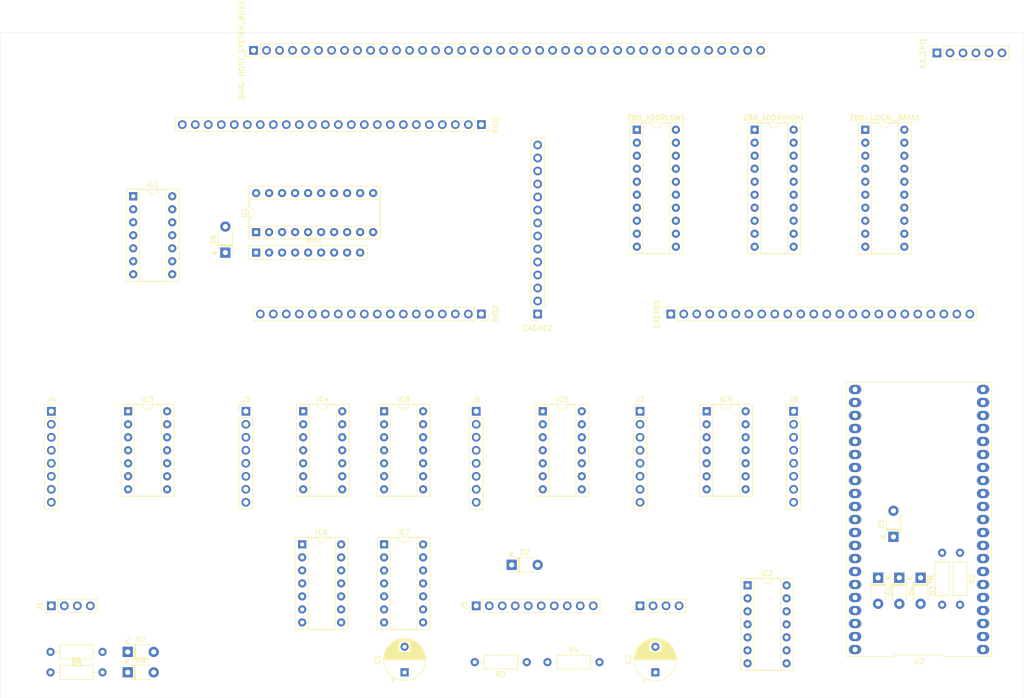
<source format=kicad_pcb>
(kicad_pcb (version 20221018) (generator pcbnew)
  (layers (0 "F.Cu" signal) (31 "B.Cu" signal) (34 "B.Paste" user) (35 "F.Paste" user) (36 "B.SilkS" user "B.Silkscreen") (37 "F.SilkS" user "F.Silkscreen") (38 "B.Mask" user) (39 "F.Mask" user) (44 "Edge.Cuts" user))
  (net 0 "")
  (net 1 "Net-(D1-K)")
  (net 2 "Net-(C1-Pad1)")
  (net 3 "/SPI connector/Z80_CONTROL.RESET")
  (net 4 "/CORE/ESP_INT")
  (net 5 "/CORE/Z80_HARDLOCK_RESET")
  (net 6 "Net-(D2-K)")
  (net 7 "/SPI connector/Z80_CONTROL.WAIT")
  (net 8 "/SPI connector/Z80_CONTROL.BUSACK")
  (net 9 "Net-(D6-K)")
  (net 10 "/SPI connector/Z80_CONTROL.BUSRQ")
  (net 11 "/GLUE/Z80 BUS CONTROL/Z80_ADD_CONNECT")
  (net 12 "/GLUE/Z80 BUS CONTROL/Z80_DATA_CONNECT")
  (net 13 "/SPI connector/Z80_CONTROL.RD")
  (net 14 "/SPI connector/Z80_CONTROL.WR")
  (net 15 "+5V")
  (net 16 "/SPI connector/Z80_CONTROL.IORQ")
  (net 17 "/SPI connector/Z80_CONTROL.MEMRQ")
  (net 18 "/CORE/EX_SS")
  (net 19 "/CORE/EX_SCK")
  (net 20 "/CORE/EX_MISO")
  (net 21 "/CORE/EX_MOSI")
  (net 22 "GND")
  (net 23 "/CORE/ESP_SPI_INT.PL")
  (net 24 "/CORE/ESP_SPI_INT.SCK")
  (net 25 "/CACHE connector/LOCAL_D4")
  (net 26 "/CACHE connector/LOCAL_D5")
  (net 27 "/CACHE connector/LOCAL_D6")
  (net 28 "/CACHE connector/LOCAL_D7")
  (net 29 "/SPI connector/Z80_CONTROL.NMI")
  (net 30 "/SPI connector/Z80_CONTROL.ROMCS")
  (net 31 "/CACHE connector/LOCAL_D0")
  (net 32 "/CACHE connector/LOCAL_D1")
  (net 33 "/CACHE connector/LOCAL_D2")
  (net 34 "/CACHE connector/LOCAL_D3")
  (net 35 "/CORE/ESP_SPI_INT.CE")
  (net 40 "/GLUE/!ESP_HARDLOCK")
  (net 41 "/GLUE/Z80_HARDLOCK_SET")
  (net 42 "Net-(IC1-Pad4)")
  (net 43 "Net-(IC1-Pad6)")
  (net 44 "Net-(IC3B-~{S})")
  (net 45 "/GLUE/WAIT_IO")
  (net 46 "/GLUE/Z80 BUS CONTROL/!CACHE_DATASTATUS")
  (net 47 "Net-(IC1-Pad12)")
  (net 48 "Net-(IC1-Pad13)")
  (net 49 "/GLUE/PRE_Z80_HARDLOCK")
  (net 50 "/GLUE/PERM_Z80_IORQ")
  (net 51 "Net-(IC2-Pad13)")
  (net 52 "/CORE/ESP_SPI_INT.MR")
  (net 53 "/CORE/ESP_SPI_INT.STC")
  (net 54 "/GLUE/CLR_Z80_HARDLOCK")
  (net 55 "/CORE/ESP_SPI_INT.MOSI")
  (net 56 "/CACHE connector/LOCAL_A4")
  (net 57 "/CACHE connector/LOCAL_A5")
  (net 58 "/CACHE connector/LOCAL_A6")
  (net 59 "/CACHE connector/LOCAL_A7")
  (net 60 "/CACHE connector/LOCAL_A0")
  (net 61 "/CACHE connector/LOCAL_A1")
  (net 62 "/CACHE connector/LOCAL_A2")
  (net 63 "/CACHE connector/LOCAL_A3")
  (net 64 "/CORE/ESP_SPI_INT.OE")
  (net 65 "/CORE/ESP_PULSE")
  (net 68 "/CACHE connector/LOCAL_A12")
  (net 69 "/CACHE connector/LOCAL_A13")
  (net 70 "/CACHE connector/LOCAL_A14")
  (net 71 "/CACHE connector/LOCAL_A15")
  (net 72 "/CORE/ESP_SPI_INT.MISO")
  (net 73 "/GLUE/!Z80_HARDLOCK")
  (net 74 "/CACHE connector/LOCAL_A8")
  (net 75 "/CACHE connector/LOCAL_A9")
  (net 76 "/CACHE connector/LOCAL_A10")
  (net 77 "/CACHE connector/LOCAL_A11")
  (net 80 "/RIO connector/Z80_A7")
  (net 81 "/RIO connector/Z80_A6")
  (net 82 "/RIO connector/Z80_A5")
  (net 83 "/RIO connector/Z80_A4")
  (net 84 "/RIO connector/Z80_A3")
  (net 85 "/RIO connector/Z80_A2")
  (net 86 "/RIO connector/Z80_A1")
  (net 87 "/RIO connector/Z80_A0")
  (net 88 "/RIO connector/Z80_A15")
  (net 89 "/RIO connector/Z80_A14")
  (net 90 "/RIO connector/Z80_A13")
  (net 91 "/RIO connector/Z80_A12")
  (net 92 "/RIO connector/Z80_A11")
  (net 93 "/RIO connector/Z80_A10")
  (net 94 "/RIO connector/Z80_A9")
  (net 95 "/RIO connector/Z80_A8")
  (net 96 "/RIO connector/Z80_D7")
  (net 97 "/RIO connector/Z80_D6")
  (net 98 "/RIO connector/Z80_D5")
  (net 99 "/RIO connector/Z80_D4")
  (net 100 "/RIO connector/Z80_D3")
  (net 101 "/RIO connector/Z80_D2")
  (net 102 "/RIO connector/Z80_D1")
  (net 103 "/RIO connector/Z80_D0")
  (net 105 "/GLUE/ESP_IOD_CONFIG")
  (net 106 "/GLUE/RIO_CONTROL.A16")
  (net 107 "/GLUE/RIO_CONTROL.CE")
  (net 108 "/ZX80-BUS/HOST VCC")
  (net 109 "/CACHE connector/CACHE_SEL_0")
  (net 110 "/CACHE connector/CACHE_SEL_1")
  (net 111 "/CACHE connector/CACHE_SEL_2")
  (net 112 "/CACHE connector/CACHE_SEL_3")
  (net 113 "/CACHE connector/CACHE_DATASTATUS")
  (net 114 "Net-(IC4-Pad11)")
  (net 115 "/GLUE/RIO_CONTROL.ROM_RDY")
  (net 116 "/GLUE/RIO CONTROL/Z80_WR+ESP_IOD_CONFIG")
  (net 117 "/CACHE connector/CACHE_CONTROL.A16")
  (net 118 "/CACHE connector/CACHE_CONTROL.WE")
  (net 119 "/CACHE connector/CACHE_CONTROL.OE")
  (net 120 "/CACHE connector/CACHE_CONTROL.CS")
  (net 121 "/CACHE connector/CACHE_CONTROL.DATASTATUS+PERM_Z80_IORQ")
  (net 122 "/CACHE connector/Z80_HARDLOCK")
  (net 123 "/CORE/ESP_WAIT_RESET")
  (net 124 "/SPI connector/ESP_CONTROL.WR")
  (net 125 "Net-(IC5-Pad6)")
  (net 126 "/SPI connector/ESP_CONTROL.ROMCS")
  (net 127 "Net-(IC5-Pad11)")
  (net 128 "/GLUE/RIO CONTROL/Z80_RD+ESP_IOD_CONFIG+PERM_Z80_IORQ")
  (net 129 "/SPI connector/ESP_CONTROL.MEMRQ")
  (net 130 "/SPI connector/ESP_CONTROL.IORQ")
  (net 133 "Net-(IC7-Pad3)")
  (net 134 "/GLUE/Z80_BUS_CONTROL.Z80_DATA_OE")
  (net 135 "/CORE/ESP_ROM_WR_PROTECT")
  (net 136 "/CORE/ESP_ROMSEL_0")
  (net 137 "/CORE/ESP_ROMSEL_1")
  (net 138 "/CORE/ESP_HARDLOCK")
  (net 139 "/SPI connector/ESP_CONTROL.BUSRQ")
  (net 144 "/GLUE/RIO CONTROL/ROM_WR_PROTECT+Z80_WR")
  (net 145 "/CORE/SD_CARD_SS")
  (net 146 "/SPI connector/LOCAL_CONTROL.IORQ")
  (net 147 "/SPI connector/LOCAL_CONTROL.WR")
  (net 148 "/SPI connector/LOCAL_CONTROL.RD")
  (net 149 "/SPI connector/LOCAL_CONTROL.MEMRQ")
  (net 150 "Net-(IC9-Pad3)")
  (net 151 "/GLUE/Z80_BUS_CONTROL.Z80_DATA_DIR")
  (net 152 "/GLUE/Z80_BUS_CONTROL.Z80_ADD_OE")
  (net 153 "/GLUE/Z80_BUS_CONTROL.Z80_ADD_DIR")
  (net 154 "/SPI connector/ESP_CONTROL.RD")
  (net 155 "/SPI connector/ESP_CONTROL.WAIT")
  (net 157 "/SPI connector/ESP_CONTROL.NMI")
  (net 158 "/GLUE/RIO_CONTROL.A15")
  (net 159 "/GLUE/RIO_CONTROL.A14")
  (net 160 "/GLUE/RIO_CONTROL.WE")
  (net 161 "/GLUE/RIO_CONTROL.OE")
  (footprint "Resistor_THT:R_Axial_DIN0207_L6.3mm_D2.5mm_P10.16mm_Horizontal" (layer "F.Cu") (at 148.92 147)
    (fp_text reference "R4" (at 5.08 -2.37) (layer "F.SilkS"))
    (fp_text value "22K")
    (pad "1" thru_hole circle (at 0 0) (size 1.6 1.6) (drill 0.8) (layers "*.Cu" "*.Mask") (net 15 "+5V"))
    (pad "2" thru_hole oval (at 10.16 0) (size 1.6 1.6) (drill 0.8) (layers "*.Cu" "*.Mask") (net 123 "/CORE/ESP_WAIT_RESET"))
  )
  (footprint "Resistor_THT:R_Axial_DIN0207_L6.3mm_D2.5mm_P10.16mm_Horizontal" (layer "F.Cu") (at 229.5 125.64 -90)
    (fp_text reference "R2" (at 5.08 -2.37 90) (layer "F.SilkS"))
    (fp_text value "22K")
    (pad "1" thru_hole circle (at 0 0 270) (size 1.6 1.6) (drill 0.8) (layers "*.Cu" "*.Mask") (net 22 "GND"))
    (pad "2" thru_hole oval (at 10.16 0 270) (size 1.6 1.6) (drill 0.8) (layers "*.Cu" "*.Mask") (net 4 "/CORE/ESP_INT"))
  )
  (footprint "Connector_PinSocket_2.54mm:PinSocket_1x18_P2.54mm_Vertical" (layer "F.Cu") (at 136 79 -90)
    (fp_text reference "RIO2" (at 0 -2.77 90) (layer "F.SilkS"))
    (fp_text value "Conn_01x18_Socket")
    (pad "1" thru_hole rect (at 0 0 270) (size 1.7 1.7) (drill 1) (layers "*.Cu" "*.Mask") (net 15 "+5V"))
    (pad "2" thru_hole oval (at 0 2.54 270) (size 1.7 1.7) (drill 1) (layers "*.Cu" "*.Mask") (net 106 "/GLUE/RIO_CONTROL.A16"))
    (pad "3" thru_hole oval (at 0 5.08 270) (size 1.7 1.7) (drill 1) (layers "*.Cu" "*.Mask") (net 158 "/GLUE/RIO_CONTROL.A15"))
    (pad "4" thru_hole oval (at 0 7.62 270) (size 1.7 1.7) (drill 1) (layers "*.Cu" "*.Mask") (net 159 "/GLUE/RIO_CONTROL.A14"))
    (pad "5" thru_hole oval (at 0 10.16 270) (size 1.7 1.7) (drill 1) (layers "*.Cu" "*.Mask") (net 160 "/GLUE/RIO_CONTROL.WE"))
    (pad "6" thru_hole oval (at 0 12.7 270) (size 1.7 1.7) (drill 1) (layers "*.Cu" "*.Mask") (net 107 "/GLUE/RIO_CONTROL.CE"))
    (pad "7" thru_hole oval (at 0 15.24 270) (size 1.7 1.7) (drill 1) (layers "*.Cu" "*.Mask") (net 161 "/GLUE/RIO_CONTROL.OE"))
    (pad "8" thru_hole oval (at 0 17.78 270) (size 1.7 1.7) (drill 1) (layers "*.Cu" "*.Mask") (net 115 "/GLUE/RIO_CONTROL.ROM_RDY"))
    (pad "9" thru_hole oval (at 0 20.32 270) (size 1.7 1.7) (drill 1) (layers "*.Cu" "*.Mask") (net 109 "/CACHE connector/CACHE_SEL_0"))
    (pad "10" thru_hole oval (at 0 22.86 270) (size 1.7 1.7) (drill 1) (layers "*.Cu" "*.Mask") (net 110 "/CACHE connector/CACHE_SEL_1"))
    (pad "11" thru_hole oval (at 0 25.4 270) (size 1.7 1.7) (drill 1) (layers "*.Cu" "*.Mask") (net 111 "/CACHE connector/CACHE_SEL_2"))
    (pad "12" thru_hole oval (at 0 27.94 270) (size 1.7 1.7) (drill 1) (layers "*.Cu" "*.Mask") (net 112 "/CACHE connector/CACHE_SEL_3"))
    (pad "13" thru_hole oval (at 0 30.48 270) (size 1.7 1.7) (drill 1) (layers "*.Cu" "*.Mask") (net 113 "/CACHE connector/CACHE_DATASTATUS"))
    (pad "14" thru_hole oval (at 0 33.02 270) (size 1.7 1.7) (drill 1) (layers "*.Cu" "*.Mask") (net 45 "/GLUE/WAIT_IO"))
    (pad "15" thru_hole oval (at 0 35.56 270) (size 1.7 1.7) (drill 1) (layers "*.Cu" "*.Mask") (net 5 "/CORE/Z80_HARDLOCK_RESET"))
    (pad "16" thru_hole oval (at 0 38.1 270) (size 1.7 1.7) (drill 1) (layers "*.Cu" "*.Mask") (net 41 "/GLUE/Z80_HARDLOCK_SET"))
    (pad "17" thru_hole oval (at 0 40.64 270) (size 1.7 1.7) (drill 1) (layers "*.Cu" "*.Mask") (net 50 "/GLUE/PERM_Z80_IORQ"))
    (pad "18" thru_hole oval (at 0 43.18 270) (size 1.7 1.7) (drill 1) (layers "*.Cu" "*.Mask") (net 22 "GND"))
  )
  (footprint "Package_DIP:DIP-20_W7.62mm_Socket" (layer "F.Cu") (at 211 43)
    (fp_text reference "Z80-LOCAL_DATA1" (at 3.81 -2.33) (layer "F.SilkS"))
    (fp_text value "74HC245N")
    (pad "1" thru_hole rect (at 0 0) (size 1.6 1.6) (drill 0.8) (layers "*.Cu" "*.Mask") (net 151 "/GLUE/Z80_BUS_CONTROL.Z80_DATA_DIR"))
    (pad "2" thru_hole oval (at 0 2.54) (size 1.6 1.6) (drill 0.8) (layers "*.Cu" "*.Mask") (net 103 "/RIO connector/Z80_D0"))
    (pad "3" thru_hole oval (at 0 5.08) (size 1.6 1.6) (drill 0.8) (layers "*.Cu" "*.Mask") (net 102 "/RIO connector/Z80_D1"))
    (pad "4" thru_hole oval (at 0 7.62) (size 1.6 1.6) (drill 0.8) (layers "*.Cu" "*.Mask") (net 101 "/RIO connector/Z80_D2"))
    (pad "5" thru_hole oval (at 0 10.16) (size 1.6 1.6) (drill 0.8) (layers "*.Cu" "*.Mask") (net 100 "/RIO connector/Z80_D3"))
    (pad "6" thru_hole oval (at 0 12.7) (size 1.6 1.6) (drill 0.8) (layers "*.Cu" "*.Mask") (net 99 "/RIO connector/Z80_D4"))
    (pad "7" thru_hole oval (at 0 15.24) (size 1.6 1.6) (drill 0.8) (layers "*.Cu" "*.Mask") (net 98 "/RIO connector/Z80_D5"))
    (pad "8" thru_hole oval (at 0 17.78) (size 1.6 1.6) (drill 0.8) (layers "*.Cu" "*.Mask") (net 97 "/RIO connector/Z80_D6"))
    (pad "9" thru_hole oval (at 0 20.32) (size 1.6 1.6) (drill 0.8) (layers "*.Cu" "*.Mask") (net 96 "/RIO connector/Z80_D7"))
    (pad "10" thru_hole oval (at 0 22.86) (size 1.6 1.6) (drill 0.8) (layers "*.Cu" "*.Mask") (net 22 "GND"))
    (pad "11" thru_hole oval (at 7.62 22.86) (size 1.6 1.6) (drill 0.8) (layers "*.Cu" "*.Mask") (net 28 "/CACHE connector/LOCAL_D7"))
    (pad "12" thru_hole oval (at 7.62 20.32) (size 1.6 1.6) (drill 0.8) (layers "*.Cu" "*.Mask") (net 27 "/CACHE connector/LOCAL_D6"))
    (pad "13" thru_hole oval (at 7.62 17.78) (size 1.6 1.6) (drill 0.8) (layers "*.Cu" "*.Mask") (net 26 "/CACHE connector/LOCAL_D5"))
    (pad "14" thru_hole oval (at 7.62 15.24) (size 1.6 1.6) (drill 0.8) (layers "*.Cu" "*.Mask") (net 25 "/CACHE connector/LOCAL_D4"))
    (pad "15" thru_hole oval (at 7.62 12.7) (size 1.6 1.6) (drill 0.8) (layers "*.Cu" "*.Mask") (net 34 "/CACHE connector/LOCAL_D3"))
    (pad "16" thru_hole oval (at 7.62 10.16) (size 1.6 1.6) (drill 0.8) (layers "*.Cu" "*.Mask") (net 33 "/CACHE connector/LOCAL_D2"))
    (pad "17" thru_hole oval (at 7.62 7.62) (size 1.6 1.6) (drill 0.8) (layers "*.Cu" "*.Mask") (net 32 "/CACHE connector/LOCAL_D1"))
    (pad "18" thru_hole oval (at 7.62 5.08) (size 1.6 1.6) (drill 0.8) (layers "*.Cu" "*.Mask") (net 31 "/CACHE connector/LOCAL_D0"))
    (pad "19" thru_hole oval (at 7.62 2.54) (size 1.6 1.6) (drill 0.8) (layers "*.Cu" "*.Mask") (net 134 "/GLUE/Z80_BUS_CONTROL.Z80_DATA_OE"))
    (pad "20" thru_hole oval (at 7.62 0) (size 1.6 1.6) (drill 0.8) (layers "*.Cu" "*.Mask") (net 15 "+5V"))
  )
  (footprint "Connector_PinSocket_2.54mm:PinSocket_1x24_P2.54mm_Vertical" (layer "F.Cu") (at 173 79 90)
    (fp_text reference "CACHE1" (at 0 -2.77 90) (layer "F.SilkS"))
    (fp_text value "Conn_01x24_Socket")
    (pad "1" thru_hole rect (at 0 0 90) (size 1.7 1.7) (drill 1) (layers "*.Cu" "*.Mask") (net 31 "/CACHE connector/LOCAL_D0"))
    (pad "2" thru_hole oval (at 0 2.54 90) (size 1.7 1.7) (drill 1) (layers "*.Cu" "*.Mask") (net 32 "/CACHE connector/LOCAL_D1"))
    (pad "3" thru_hole oval (at 0 5.08 90) (size 1.7 1.7) (drill 1) (layers "*.Cu" "*.Mask") (net 33 "/CACHE connector/LOCAL_D2"))
    (pad "4" thru_hole oval (at 0 7.62 90) (size 1.7 1.7) (drill 1) (layers "*.Cu" "*.Mask") (net 34 "/CACHE connector/LOCAL_D3"))
    (pad "5" thru_hole oval (at 0 10.16 90) (size 1.7 1.7) (drill 1) (layers "*.Cu" "*.Mask") (net 25 "/CACHE connector/LOCAL_D4"))
    (pad "6" thru_hole oval (at 0 12.7 90) (size 1.7 1.7) (drill 1) (layers "*.Cu" "*.Mask") (net 26 "/CACHE connector/LOCAL_D5"))
    (pad "7" thru_hole oval (at 0 15.24 90) (size 1.7 1.7) (drill 1) (layers "*.Cu" "*.Mask") (net 27 "/CACHE connector/LOCAL_D6"))
    (pad "8" thru_hole oval (at 0 17.78 90) (size 1.7 1.7) (drill 1) (layers "*.Cu" "*.Mask") (net 28 "/CACHE connector/LOCAL_D7"))
    (pad "9" thru_hole oval (at 0 20.32 90) (size 1.7 1.7) (drill 1) (layers "*.Cu" "*.Mask") (net 60 "/CACHE connector/LOCAL_A0"))
    (pad "10" thru_hole oval (at 0 22.86 90) (size 1.7 1.7) (drill 1) (layers "*.Cu" "*.Mask") (net 61 "/CACHE connector/LOCAL_A1"))
    (pad "11" thru_hole oval (at 0 25.4 90) (size 1.7 1.7) (drill 1) (layers "*.Cu" "*.Mask") (net 62 "/CACHE connector/LOCAL_A2"))
    (pad "12" thru_hole oval (at 0 27.94 90) (size 1.7 1.7) (drill 1) (layers "*.Cu" "*.Mask") (net 63 "/CACHE connector/LOCAL_A3"))
    (pad "13" thru_hole oval (at 0 30.48 90) (size 1.7 1.7) (drill 1) (layers "*.Cu" "*.Mask") (net 56 "/CACHE connector/LOCAL_A4"))
    (pad "14" thru_hole oval (at 0 33.02 90) (size 1.7 1.7) (drill 1) (layers "*.Cu" "*.Mask") (net 57 "/CACHE connector/LOCAL_A5"))
    (pad "15" thru_hole oval (at 0 35.56 90) (size 1.7 1.7) (drill 1) (layers "*.Cu" "*.Mask") (net 58 "/CACHE connector/LOCAL_A6"))
    (pad "16" thru_hole oval (at 0 38.1 90) (size 1.7 1.7) (drill 1) (layers "*.Cu" "*.Mask") (net 59 "/CACHE connector/LOCAL_A7"))
    (pad "17" thru_hole oval (at 0 40.64 90) (size 1.7 1.7) (drill 1) (layers "*.Cu" "*.Mask") (net 74 "/CACHE connector/LOCAL_A8"))
    (pad "18" thru_hole oval (at 0 43.18 90) (size 1.7 1.7) (drill 1) (layers "*.Cu" "*.Mask") (net 75 "/CACHE connector/LOCAL_A9"))
    (pad "19" thru_hole oval (at 0 45.72 90) (size 1.7 1.7) (drill 1) (layers "*.Cu" "*.Mask") (net 76 "/CACHE connector/LOCAL_A10"))
    (pad "20" thru_hole oval (at 0 48.26 90) (size 1.7 1.7) (drill 1) (layers "*.Cu" "*.Mask") (net 77 "/CACHE connector/LOCAL_A11"))
    (pad "21" thru_hole oval (at 0 50.8 90) (size 1.7 1.7) (drill 1) (layers "*.Cu" "*.Mask") (net 68 "/CACHE connector/LOCAL_A12"))
    (pad "22" thru_hole oval (at 0 53.34 90) (size 1.7 1.7) (drill 1) (layers "*.Cu" "*.Mask") (net 69 "/CACHE connector/LOCAL_A13"))
    (pad "23" thru_hole oval (at 0 55.88 90) (size 1.7 1.7) (drill 1) (layers "*.Cu" "*.Mask") (net 70 "/CACHE connector/LOCAL_A14"))
    (pad "24" thru_hole oval (at 0 58.42 90) (size 1.7 1.7) (drill 1) (layers "*.Cu" "*.Mask") (net 71 "/CACHE connector/LOCAL_A15"))
  )
  (footprint "Package_DIP:DIP-14_W7.62mm_Socket" (layer "F.Cu") (at 101 124)
    (fp_text reference "IC6" (at 3.81 -2.33) (layer "F.SilkS"))
    (fp_text value "74HC08N")
    (pad "1" thru_hole rect (at 0 0) (size 1.6 1.6) (drill 0.8) (layers "*.Cu" "*.Mask") (net 50 "/GLUE/PERM_Z80_IORQ"))
    (pad "2" thru_hole oval (at 0 2.54) (size 1.6 1.6) (drill 0.8) (layers "*.Cu" "*.Mask") (net 127 "Net-(IC5-Pad11)"))
    (pad "3" thru_hole oval (at 0 5.08) (size 1.6 1.6) (drill 0.8) (layers "*.Cu" "*.Mask") (net 128 "/GLUE/RIO CONTROL/Z80_RD+ESP_IOD_CONFIG+PERM_Z80_IORQ"))
    (pad "4" thru_hole oval (at 0 7.62) (size 1.6 1.6) (drill 0.8) (layers "*.Cu" "*.Mask") (net 129 "/SPI connector/ESP_CONTROL.MEMRQ"))
    (pad "5" thru_hole oval (at 0 10.16) (size 1.6 1.6) (drill 0.8) (layers "*.Cu" "*.Mask") (net 130 "/SPI connector/ESP_CONTROL.IORQ"))
    (pad "6" thru_hole oval (at 0 12.7) (size 1.6 1.6) (drill 0.8) (layers "*.Cu" "*.Mask") (net 48 "Net-(IC1-Pad13)"))
    (pad "7" thru_hole oval (at 0 15.24) (size 1.6 1.6) (drill 0.8) (layers "*.Cu" "*.Mask"))
    (pad "8" thru_hole oval (at 7.62 15.24) (size 1.6 1.6) (drill 0.8) (layers "*.Cu" "*.Mask"))
    (pad "9" thru_hole oval (at 7.62 12.7) (size 1.6 1.6) (drill 0.8) (layers "*.Cu" "*.Mask") (net 22 "GND"))
    (pad "10" thru_hole oval (at 7.62 10.16) (size 1.6 1.6) (drill 0.8) (layers "*.Cu" "*.Mask") (net 22 "GND"))
    (pad "11" thru_hole oval (at 7.62 7.62) (size 1.6 1.6) (drill 0.8) (layers "*.Cu" "*.Mask"))
    (pad "12" thru_hole oval (at 7.62 5.08) (size 1.6 1.6) (drill 0.8) (layers "*.Cu" "*.Mask") (net 22 "GND"))
    (pad "13" thru_hole oval (at 7.62 2.54) (size 1.6 1.6) (drill 0.8) (layers "*.Cu" "*.Mask") (net 22 "GND"))
    (pad "14" thru_hole oval (at 7.62 0) (size 1.6 1.6) (drill 0.8) (layers "*.Cu" "*.Mask"))
  )
  (footprint "Connector_PinSocket_2.54mm:PinSocket_1x06_P2.54mm_Vertical" (layer "F.Cu") (at 225 28 90)
    (fp_text reference "EX_SPI1" (at 0 -2.77 90) (layer "F.SilkS"))
    (fp_text value "PinSocket_2.54mm")
    (pad "1" thru_hole rect (at 0 0 90) (size 1.7 1.7) (drill 1) (layers "*.Cu" "*.Mask") (net 18 "/CORE/EX_SS"))
    (pad "2" thru_hole oval (at 0 2.54 90) (size 1.7 1.7) (drill 1) (layers "*.Cu" "*.Mask") (net 19 "/CORE/EX_SCK"))
    (pad "3" thru_hole oval (at 0 5.08 90) (size 1.7 1.7) (drill 1) (layers "*.Cu" "*.Mask") (net 20 "/CORE/EX_MISO"))
    (pad "4" thru_hole oval (at 0 7.62 90) (size 1.7 1.7) (drill 1) (layers "*.Cu" "*.Mask") (net 21 "/CORE/EX_MOSI"))
    (pad "5" thru_hole oval (at 0 10.16 90) (size 1.7 1.7) (drill 1) (layers "*.Cu" "*.Mask") (net 15 "+5V"))
    (pad "6" thru_hole oval (at 0 12.7 90) (size 1.7 1.7) (drill 1) (layers "*.Cu" "*.Mask") (net 22 "GND"))
  )
  (footprint "Capacitor_THT:CP_Radial_D8.0mm_P5.00mm" (layer "F.Cu") (at 121 149 90)
    (fp_text reference "C1" (at 2.5 -5.25 90) (layer "F.SilkS"))
    (fp_text value "10UF")
    (pad "1" thru_hole rect (at 0 0 90) (size 1.6 1.6) (drill 0.8) (layers "*.Cu" "*.Mask") (net 2 "Net-(C1-Pad1)"))
    (pad "2" thru_hole circle (at 5 0 90) (size 1.6 1.6) (drill 0.8) (layers "*.Cu" "*.Mask") (net 22 "GND"))
  )
  (footprint "Package_DIP:DIP-14_W7.62mm_Socket" (layer "F.Cu") (at 67 98)
    (fp_text reference "IC3" (at 3.81 -2.33) (layer "F.SilkS"))
    (fp_text value "7474N")
    (pad "1" thru_hole rect (at 0 0) (size 1.6 1.6) (drill 0.8) (layers "*.Cu" "*.Mask") (net 54 "/GLUE/CLR_Z80_HARDLOCK"))
    (pad "2" thru_hole oval (at 0 2.54) (size 1.6 1.6) (drill 0.8) (layers "*.Cu" "*.Mask"))
    (pad "3" thru_hole oval (at 0 5.08) (size 1.6 1.6) (drill 0.8) (layers "*.Cu" "*.Mask"))
    (pad "4" thru_hole oval (at 0 7.62) (size 1.6 1.6) (drill 0.8) (layers "*.Cu" "*.Mask") (net 49 "/GLUE/PRE_Z80_HARDLOCK"))
    (pad "5" thru_hole oval (at 0 10.16) (size 1.6 1.6) (drill 0.8) (layers "*.Cu" "*.Mask") (net 122 "/CACHE connector/Z80_HARDLOCK"))
    (pad "6" thru_hole oval (at 0 12.7) (size 1.6 1.6) (drill 0.8) (layers "*.Cu" "*.Mask") (net 73 "/GLUE/!Z80_HARDLOCK"))
    (pad "7" thru_hole oval (at 0 15.24) (size 1.6 1.6) (drill 0.8) (layers "*.Cu" "*.Mask") (net 22 "GND"))
    (pad "8" thru_hole oval (at 7.62 15.24) (size 1.6 1.6) (drill 0.8) (layers "*.Cu" "*.Mask") (net 6 "Net-(D2-K)"))
    (pad "9" thru_hole oval (at 7.62 12.7) (size 1.6 1.6) (drill 0.8) (layers "*.Cu" "*.Mask"))
    (pad "10" thru_hole oval (at 7.62 10.16) (size 1.6 1.6) (drill 0.8) (layers "*.Cu" "*.Mask") (net 44 "Net-(IC3B-~{S})"))
    (pad "11" thru_hole oval (at 7.62 7.62) (size 1.6 1.6) (drill 0.8) (layers "*.Cu" "*.Mask"))
    (pad "12" thru_hole oval (at 7.62 5.08) (size 1.6 1.6) (drill 0.8) (layers "*.Cu" "*.Mask"))
    (pad "13" thru_hole oval (at 7.62 2.54) (size 1.6 1.6) (drill 0.8) (layers "*.Cu" "*.Mask") (net 123 "/CORE/ESP_WAIT_RESET"))
    (pad "14" thru_hole oval (at 7.62 0) (size 1.6 1.6) (drill 0.8) (layers "*.Cu" "*.Mask") (net 15 "+5V"))
  )
  (footprint "Diode_THT:D_T-1_P5.08mm_Horizontal" (layer "F.Cu") (at 66.92 145)
    (fp_text reference "D7" (at 2.54 -2.42) (layer "F.SilkS"))
    (fp_text value "1N4148")
    (fp_text user "K" (at 0 -2) (layer "F.SilkS"))
    (pad "1" thru_hole rect (at 0 0) (size 2 2) (drill 1) (layers "*.Cu" "*.Mask") (net 10 "/SPI connector/Z80_CONTROL.BUSRQ"))
    (pad "2" thru_hole oval (at 5.08 0) (size 2 2) (drill 1) (layers "*.Cu" "*.Mask") (net 11 "/GLUE/Z80 BUS CONTROL/Z80_ADD_CONNECT"))
  )
  (footprint "Package_DIP:DIP-14_W7.62mm_Socket" (layer "F.Cu") (at 188 132)
    (fp_text reference "IC2" (at 3.81 -2.33) (layer "F.SilkS"))
    (fp_text value "74HC32N")
    (pad "1" thru_hole rect (at 0 0) (size 1.6 1.6) (drill 0.8) (layers "*.Cu" "*.Mask") (net 42 "Net-(IC1-Pad4)"))
    (pad "2" thru_hole oval (at 0 2.54) (size 1.6 1.6) (drill 0.8) (layers "*.Cu" "*.Mask") (net 138 "/CORE/ESP_HARDLOCK"))
    (pad "3" thru_hole oval (at 0 5.08) (size 1.6 1.6) (drill 0.8) (layers "*.Cu" "*.Mask") (net 49 "/GLUE/PRE_Z80_HARDLOCK"))
    (pad "4" thru_hole oval (at 0 7.62) (size 1.6 1.6) (drill 0.8) (layers "*.Cu" "*.Mask") (net 50 "/GLUE/PERM_Z80_IORQ"))
    (pad "5" thru_hole oval (at 0 10.16) (size 1.6 1.6) (drill 0.8) (layers "*.Cu" "*.Mask") (net 113 "/CACHE connector/CACHE_DATASTATUS"))
    (pad "6" thru_hole oval (at 0 12.7) (size 1.6 1.6) (drill 0.8) (layers "*.Cu" "*.Mask") (net 121 "/CACHE connector/CACHE_CONTROL.DATASTATUS+PERM_Z80_IORQ"))
    (pad "7" thru_hole oval (at 0 15.24) (size 1.6 1.6) (drill 0.8) (layers "*.Cu" "*.Mask") (net 22 "GND"))
    (pad "8" thru_hole oval (at 7.62 15.24) (size 1.6 1.6) (drill 0.8) (layers "*.Cu" "*.Mask") (net 51 "Net-(IC2-Pad13)"))
    (pad "9" thru_hole oval (at 7.62 12.7) (size 1.6 1.6) (drill 0.8) (layers "*.Cu" "*.Mask") (net 138 "/CORE/ESP_HARDLOCK"))
    (pad "10" thru_hole oval (at 7.62 10.16) (size 1.6 1.6) (drill 0.8) (layers "*.Cu" "*.Mask") (net 16 "/SPI connector/Z80_CONTROL.IORQ"))
    (pad "11" thru_hole oval (at 7.62 7.62) (size 1.6 1.6) (drill 0.8) (layers "*.Cu" "*.Mask") (net 50 "/GLUE/PERM_Z80_IORQ"))
    (pad "12" thru_hole oval (at 7.62 5.08) (size 1.6 1.6) (drill 0.8) (layers "*.Cu" "*.Mask") (net 87 "/RIO connector/Z80_A0"))
    (pad "13" thru_hole oval (at 7.62 2.54) (size 1.6 1.6) (drill 0.8) (layers "*.Cu" "*.Mask") (net 51 "Net-(IC2-Pad13)"))
    (pad "14" thru_hole oval (at 7.62 0) (size 1.6 1.6) (drill 0.8) (layers "*.Cu" "*.Mask") (net 15 "+5V"))
  )
  (footprint "Connector_PinSocket_2.54mm:PinSocket_1x14_P2.54mm_Vertical" (layer "F.Cu") (at 147 79 180)
    (fp_text reference "CACHE2" (at 0 -2.77) (layer "F.SilkS"))
    (fp_text value "Conn_01x14_Socket")
    (pad "1" thru_hole rect (at 0 0 180) (size 1.7 1.7) (drill 1) (layers "*.Cu" "*.Mask") (net 15 "+5V"))
    (pad "2" thru_hole oval (at 0 2.54 180) (size 1.7 1.7) (drill 1) (layers "*.Cu" "*.Mask") (net 117 "/CACHE connector/CACHE_CONTROL.A16"))
    (pad "3" thru_hole oval (at 0 5.08 180) (size 1.7 1.7) (drill 1) (layers "*.Cu" "*.Mask") (net 118 "/CACHE connector/CACHE_CONTROL.WE"))
    (pad "4" thru_hole oval (at 0 7.62 180) (size 1.7 1.7) (drill 1) (layers "*.Cu" "*.Mask") (net 119 "/CACHE connector/CACHE_CONTROL.OE"))
    (pad "5" thru_hole oval (at 0 10.16 180) (size 1.7 1.7) (drill 1) (layers "*.Cu" "*.Mask") (net 120 "/CACHE connector/CACHE_CONTROL.CS"))
    (pad "6" thru_hole oval (at 0 12.7 180) (size 1.7 1.7) (drill 1) (layers "*.Cu" "*.Mask") (net 121 "/CACHE connector/CACHE_CONTROL.DATASTATUS+PERM_Z80_IORQ"))
    (pad "7" thru_hole oval (at 0 15.24 180) (size 1.7 1.7) (drill 1) (layers "*.Cu" "*.Mask") (net 122 "/CACHE connector/Z80_HARDLOCK"))
    (pad "8" thru_hole oval (at 0 17.78 180) (size 1.7 1.7) (drill 1) (layers "*.Cu" "*.Mask") (net 109 "/CACHE connector/CACHE_SEL_0"))
    (pad "9" thru_hole oval (at 0 20.32 180) (size 1.7 1.7) (drill 1) (layers "*.Cu" "*.Mask") (net 110 "/CACHE connector/CACHE_SEL_1"))
    (pad "10" thru_hole oval (at 0 22.86 180) (size 1.7 1.7) (drill 1) (layers "*.Cu" "*.Mask") (net 111 "/CACHE connector/CACHE_SEL_2"))
    (pad "11" thru_hole oval (at 0 25.4 180) (size 1.7 1.7) (drill 1) (layers "*.Cu" "*.Mask") (net 112 "/CACHE connector/CACHE_SEL_3"))
    (pad "12" thru_hole oval (at 0 27.94 180) (size 1.7 1.7) (drill 1) (layers "*.Cu" "*.Mask") (net 113 "/CACHE connector/CACHE_DATASTATUS"))
    (pad "13" thru_hole oval (at 0 30.48 180) (size 1.7 1.7) (drill 1) (layers "*.Cu" "*.Mask"))
    (pad "14" thru_hole oval (at 0 33.02 180) (size 1.7 1.7) (drill 1) (layers "*.Cu" "*.Mask") (net 22 "GND"))
  )
  (footprint "Package_DIP:DIP-14_W7.62mm_Socket" (layer "F.Cu") (at 148 98)
    (fp_text reference "IC5" (at 3.81 -2.33) (layer "F.SilkS"))
    (fp_text value "74HC32N")
    (pad "1" thru_hole rect (at 0 0) (size 1.6 1.6) (drill 0.8) (layers "*.Cu" "*.Mask") (net 105 "/GLUE/ESP_IOD_CONFIG"))
    (pad "2" thru_hole oval (at 0 2.54) (size 1.6 1.6) (drill 0.8) (layers "*.Cu" "*.Mask") (net 14 "/SPI connector/Z80_CONTROL.WR"))
    (pad "3" thru_hole oval (at 0 5.08) (size 1.6 1.6) (drill 0.8) (layers "*.Cu" "*.Mask") (net 116 "/GLUE/RIO CONTROL/Z80_WR+ESP_IOD_CONFIG"))
    (pad "4" thru_hole oval (at 0 7.62) (size 1.6 1.6) (drill 0.8) (layers "*.Cu" "*.Mask") (net 124 "/SPI connector/ESP_CONTROL.WR"))
    (pad "5" thru_hole oval (at 0 10.16) (size 1.6 1.6) (drill 0.8) (layers "*.Cu" "*.Mask") (net 12 "/GLUE/Z80 BUS CONTROL/Z80_DATA_CONNECT"))
    (pad "6" thru_hole oval (at 0 12.7) (size 1.6 1.6) (drill 0.8) (layers "*.Cu" "*.Mask") (net 125 "Net-(IC5-Pad6)"))
    (pad "7" thru_hole oval (at 0 15.24) (size 1.6 1.6) (drill 0.8) (layers "*.Cu" "*.Mask") (net 22 "GND"))
    (pad "8" thru_hole oval (at 7.62 15.24) (size 1.6 1.6) (drill 0.8) (layers "*.Cu" "*.Mask") (net 115 "/GLUE/RIO_CONTROL.ROM_RDY"))
    (pad "9" thru_hole oval (at 7.62 12.7) (size 1.6 1.6) (drill 0.8) (layers "*.Cu" "*.Mask") (net 126 "/SPI connector/ESP_CONTROL.ROMCS"))
    (pad "10" thru_hole oval (at 7.62 10.16) (size 1.6 1.6) (drill 0.8) (layers "*.Cu" "*.Mask") (net 17 "/SPI connector/Z80_CONTROL.MEMRQ"))
    (pad "11" thru_hole oval (at 7.62 7.62) (size 1.6 1.6) (drill 0.8) (layers "*.Cu" "*.Mask") (net 127 "Net-(IC5-Pad11)"))
    (pad "12" thru_hole oval (at 7.62 5.08) (size 1.6 1.6) (drill 0.8) (layers "*.Cu" "*.Mask") (net 13 "/SPI connector/Z80_CONTROL.RD"))
    (pad "13" thru_hole oval (at 7.62 2.54) (size 1.6 1.6) (drill 0.8) (layers "*.Cu" "*.Mask") (net 105 "/GLUE/ESP_IOD_CONFIG"))
    (pad "14" thru_hole oval (at 7.62 0) (size 1.6 1.6) (drill 0.8) (layers "*.Cu" "*.Mask") (net 15 "+5V"))
  )
  (footprint "Connector_PinHeader_2.54mm:PinHeader_1x08_P2.54mm_Vertical" (layer "F.Cu") (at 90 98)
    (fp_text reference "J3" (at 0 -2.33) (layer "F.SilkS"))
    (fp_text value "LOCAL_D")
    (pad "1" thru_hole rect (at 0 0) (size 1.7 1.7) (drill 1) (layers "*.Cu" "*.Mask") (net 31 "/CACHE connector/LOCAL_D0"))
    (pad "2" thru_hole oval (at 0 2.54) (size 1.7 1.7) (drill 1) (layers "*.Cu" "*.Mask") (net 32 "/CACHE connector/LOCAL_D1"))
    (pad "3" thru_hole oval (at 0 5.08) (size 1.7 1.7) (drill 1) (layers "*.Cu" "*.Mask") (net 33 "/CACHE connector/LOCAL_D2"))
    (pad "4" thru_hole oval (at 0 7.62) (size 1.7 1.7) (drill 1) (layers "*.Cu" "*.Mask") (net 34 "/CACHE connector/LOCAL_D3"))
    (pad "5" thru_hole oval (at 0 10.16) (size 1.7 1.7) (drill 1) (layers "*.Cu" "*.Mask") (net 25 "/CACHE connector/LOCAL_D4"))
    (pad "6" thru_hole oval (at 0 12.7) (size 1.7 1.7) (drill 1) (layers "*.Cu" "*.Mask") (net 26 "/CACHE connector/LOCAL_D5"))
    (pad "7" thru_hole oval (at 0 15.24) (size 1.7 1.7) (drill 1) (layers "*.Cu" "*.Mask") (net 27 "/CACHE connector/LOCAL_D6"))
    (pad "8" thru_hole oval (at 0 17.78) (size 1.7 1.7) (drill 1) (layers "*.Cu" "*.Mask") (net 28 "/CACHE connector/LOCAL_D7"))
  )
  (footprint "Connector_PinSocket_2.54mm:PinSocket_1x24_P2.54mm_Vertical" (layer "F.Cu") (at 136 42 -90)
    (fp_text reference "RIO1" (at 0 -2.77 90) (layer "F.SilkS"))
    (fp_text value "Conn_01x24_Socket")
    (pad "1" thru_hole rect (at 0 0 270) (size 1.7 1.7) (drill 1) (layers "*.Cu" "*.Mask") (net 103 "/RIO connector/Z80_D0"))
    (pad "2" thru_hole oval (at 0 2.54 270) (size 1.7 1.7) (drill 1) (layers "*.Cu" "*.Mask") (net 102 "/RIO connector/Z80_D1"))
    (pad "3" thru_hole oval (at 0 5.08 270) (size 1.7 1.7) (drill 1) (layers "*.Cu" "*.Mask") (net 101 "/RIO connector/Z80_D2"))
    (pad "4" thru_hole oval (at 0 7.62 270) (size 1.7 1.7) (drill 1) (layers "*.Cu" "*.Mask") (net 100 "/RIO connector/Z80_D3"))
    (pad "5" thru_hole oval (at 0 10.16 270) (size 1.7 1.7) (drill 1) (layers "*.Cu" "*.Mask") (net 99 "/RIO connector/Z80_D4"))
    (pad "6" thru_hole oval (at 0 12.7 270) (size 1.7 1.7) (drill 1) (layers "*.Cu" "*.Mask") (net 98 "/RIO connector/Z80_D5"))
    (pad "7" thru_hole oval (at 0 15.24 270) (size 1.7 1.7) (drill 1) (layers "*.Cu" "*.Mask") (net 97 "/RIO connector/Z80_D6"))
    (pad "8" thru_hole oval (at 0 17.78 270) (size 1.7 1.7) (drill 1) (layers "*.Cu" "*.Mask") (net 96 "/RIO connector/Z80_D7"))
    (pad "9" thru_hole oval (at 0 20.32 270) (size 1.7 1.7) (drill 1) (layers "*.Cu" "*.Mask") (net 87 "/RIO connector/Z80_A0"))
    (pad "10" thru_hole oval (at 0 22.86 270) (size 1.7 1.7) (drill 1) (layers "*.Cu" "*.Mask") (net 86 "/RIO connector/Z80_A1"))
    (pad "11" thru_hole oval (at 0 25.4 270) (size 1.7 1.7) (drill 1) (layers "*.Cu" "*.Mask") (net 85 "/RIO connector/Z80_A2"))
    (pad "12" thru_hole oval (at 0 27.94 270) (size 1.7 1.7) (drill 1) (layers "*.Cu" "*.Mask") (net 84 "/RIO connector/Z80_A3"))
    (pad "13" thru_hole oval (at 0 30.48 270) (size 1.7 1.7) (drill 1) (layers "*.Cu" "*.Mask") (net 83 "/RIO connector/Z80_A4"))
    (pad "14" thru_hole oval (at 0 33.02 270) (size 1.7 1.7) (drill 1) (layers "*.Cu" "*.Mask") (net 82 "/RIO connector/Z80_A5"))
    (pad "15" thru_hole oval (at 0 35.56 270) (size 1.7 1.7) (drill 1) (layers "*.Cu" "*.Mask") (net 81 "/RIO connector/Z80_A6"))
    (pad "16" thru_hole oval (at 0 38.1 270) (size 1.7 1.7) (drill 1) (layers "*.Cu" "*.Mask") (net 80 "/RIO connector/Z80_A7"))
    (pad "17" thru_hole oval (at 0 40.64 270) (size 1.7 1.7) (drill 1) (layers "*.Cu" "*.Mask") (net 95 "/RIO connector/Z80_A8"))
    (pad "18" thru_hole oval (at 0 43.18 270) (size 1.7 1.7) (drill 1) (layers "*.Cu" "*.Mask") (net 94 "/RIO connector/Z80_A9"))
    (pad "19" thru_hole oval (at 0 45.72 270) (size 1.7 1.7) (drill 1) (layers "*.Cu" "*.Mask") (net 93 "/RIO connector/Z80_A10"))
    (pad "20" thru_hole oval (at 0 48.26 270) (size 1.7 1.7) (drill 1) (layers "*.Cu" "*.Mask") (net 92 "/RIO connector/Z80_A11"))
    (pad "21" thru_hole oval (at 0 50.8 270) (size 1.7 1.7) (drill 1) (layers "*.Cu" "*.Mask") (net 91 "/RIO connector/Z80_A12"))
    (pad "22" thru_hole oval (at 0 53.34 270) (size 1.7 1.7) (drill 1) (layers "*.Cu" "*.Mask") (net 90 "/RIO connector/Z80_A13"))
    (pad "23" thru_hole oval (at 0 55.88 270) (size 1.7 1.7) (drill 1) (layers "*.Cu" "*.Mask") (net 89 "/RIO connector/Z80_A14"))
    (pad "24" thru_hole oval (at 0 58.42 270) (size 1.7 1.7) (drill 1) (layers "*.Cu" "*.Mask") (net 88 "/RIO connector/Z80_A15"))
  )
  (footprint "Resistor_THT:R_Axial_DIN0207_L6.3mm_D2.5mm_P10.16mm_Horizontal" (layer "F.Cu") (at 144.87 147 180)
    (fp_text reference "R3" (at 5.08 -2.37) (layer "F.SilkS"))
    (fp_text value "22K")
    (pad "1" thru_hole circle (at 0 0 180) (size 1.6 1.6) (drill 0.8) (layers "*.Cu" "*.Mask") (net 15 "+5V"))
    (pad "2" thru_hole oval (at 10.16 0 180) (size 1.6 1.6) (drill 0.8) (layers "*.Cu" "*.Mask") (net 2 "Net-(C1-Pad1)"))
  )
  (footprint "Diode_THT:D_T-1_P5.08mm_Horizontal" (layer "F.Cu") (at 216.5 122.52 90)
    (fp_text reference "D1" (at 2.54 -2.42 90) (layer "F.SilkS"))
    (fp_text value "1N4148")
    (fp_text user "K" (at 0 -2 90) (layer "F.SilkS"))
    (pad "1" thru_hole rect (at 0 0 90) (size 2 2) (drill 1) (layers "*.Cu" "*.Mask") (net 1 "Net-(D1-K)"))
    (pad "2" thru_hole oval (at 5.08 0 90) (size 2 2) (drill 1) (layers "*.Cu" "*.Mask") (net 3 "/SPI connector/Z80_CONTROL.RESET"))
  )
  (footprint "Connector_PinHeader_2.54mm:PinHeader_1x10_P2.54mm_Vertical" (layer "F.Cu") (at 135 136 90)
    (fp_text reference "J5" (at 0 -2.33 90) (layer "F.SilkS"))
    (fp_text value "Z80_CONTROL")
    (pad "1" thru_hole rect (at 0 0 90) (size 1.7 1.7) (drill 1) (layers "*.Cu" "*.Mask") (net 13 "/SPI connector/Z80_CONTROL.RD"))
    (pad "2" thru_hole oval (at 0 2.54 90) (size 1.7 1.7) (drill 1) (layers "*.Cu" "*.Mask") (net 14 "/SPI connector/Z80_CONTROL.WR"))
    (pad "3" thru_hole oval (at 0 5.08 90) (size 1.7 1.7) (drill 1) (layers "*.Cu" "*.Mask") (net 16 "/SPI connector/Z80_CONTROL.IORQ"))
    (pad "4" thru_hole oval (at 0 7.62 90) (size 1.7 1.7) (drill 1) (layers "*.Cu" "*.Mask") (net 17 "/SPI connector/Z80_CONTROL.MEMRQ"))
    (pad "5" thru_hole oval (at 0 10.16 90) (size 1.7 1.7) (drill 1) (layers "*.Cu" "*.Mask") (net 10 "/SPI connector/Z80_CONTROL.BUSRQ"))
    (pad "6" thru_hole oval (at 0 12.7 90) (size 1.7 1.7) (drill 1) (layers "*.Cu" "*.Mask") (net 7 "/SPI connector/Z80_CONTROL.WAIT"))
    (pad "7" thru_hole oval (at 0 15.24 90) (size 1.7 1.7) (drill 1) (layers "*.Cu" "*.Mask") (net 30 "/SPI connector/Z80_CONTROL.ROMCS"))
    (pad "8" thru_hole oval (at 0 17.78 90) (size 1.7 1.7) (drill 1) (layers "*.Cu" "*.Mask") (net 8 "/SPI connector/Z80_CONTROL.BUSACK"))
    (pad "9" thru_hole oval (at 0 20.32 90) (size 1.7 1.7) (drill 1) (layers "*.Cu" "*.Mask") (net 29 "/SPI connector/Z80_CONTROL.NMI"))
    (pad "10" thru_hole oval (at 0 22.86 90) (size 1.7 1.7) (drill 1) (layers "*.Cu" "*.Mask") (net 3 "/SPI connector/Z80_CONTROL.RESET"))
  )
  (footprint "Package_DIP:DIP-20_W7.62mm_Socket" (layer "F.Cu") (at 92 63 90)
    (fp_text reference "U1" (at 3.81 -2.33 90) (layer "F.SilkS"))
    (fp_text value "74HC244N")
    (pad "1" thru_hole rect (at 0 0 90) (size 1.6 1.6) (drill 0.8) (layers "*.Cu" "*.Mask") (net 106 "/GLUE/RIO_CONTROL.A16"))
    (pad "2" thru_hole oval (at 0 2.54 90) (size 1.6 1.6) (drill 0.8) (layers "*.Cu" "*.Mask") (net 88 "/RIO connector/Z80_A15"))
    (pad "3" thru_hole oval (at 0 5.08 90) (size 1.6 1.6) (drill 0.8) (layers "*.Cu" "*.Mask") (net 159 "/GLUE/RIO_CONTROL.A14"))
    (pad "4" thru_hole oval (at 0 7.62 90) (size 1.6 1.6) (drill 0.8) (layers "*.Cu" "*.Mask") (net 89 "/RIO connector/Z80_A14"))
    (pad "5" thru_hole oval (at 0 10.16 90) (size 1.6 1.6) (drill 0.8) (layers "*.Cu" "*.Mask") (net 158 "/GLUE/RIO_CONTROL.A15"))
    (pad "6" thru_hole oval (at 0 12.7 90) (size 1.6 1.6) (drill 0.8) (layers "*.Cu" "*.Mask") (net 116 "/GLUE/RIO CONTROL/Z80_WR+ESP_IOD_CONFIG"))
    (pad "7" thru_hole oval (at 0 15.24 90) (size 1.6 1.6) (drill 0.8) (layers "*.Cu" "*.Mask") (net 160 "/GLUE/RIO_CONTROL.WE"))
    (pad "8" thru_hole oval (at 0 17.78 90) (size 1.6 1.6) (drill 0.8) (layers "*.Cu" "*.Mask") (net 128 "/GLUE/RIO CONTROL/Z80_RD+ESP_IOD_CONFIG+PERM_Z80_IORQ"))
    (pad "9" thru_hole oval (at 0 20.32 90) (size 1.6 1.6) (drill 0.8) (layers "*.Cu" "*.Mask") (net 161 "/GLUE/RIO_CONTROL.OE"))
    (pad "10" thru_hole oval (at 0 22.86 90) (size 1.6 1.6) (drill 0.8) (layers "*.Cu" "*.Mask") (net 22 "GND"))
    (pad "11" thru_hole oval (at 7.62 22.86 90) (size 1.6 1.6) (drill 0.8) (layers "*.Cu" "*.Mask") (net 13 "/SPI connector/Z80_CONTROL.RD"))
    (pad "12" thru_hole oval (at 7.62 20.32 90) (size 1.6 1.6) (drill 0.8) (layers "*.Cu" "*.Mask") (net 161 "/GLUE/RIO_CONTROL.OE"))
    (pad "13" thru_hole oval (at 7.62 17.78 90) (size 1.6 1.6) (drill 0.8) (layers "*.Cu" "*.Mask") (net 144 "/GLUE/RIO CONTROL/ROM_WR_PROTECT+Z80_WR"))
    (pad "14" thru_hole oval (at 7.62 15.24 90) (size 1.6 1.6) (drill 0.8) (layers "*.Cu" "*.Mask") (net 160 "/GLUE/RIO_CONTROL.WE"))
    (pad "15" thru_hole oval (at 7.62 12.7 90) (size 1.6 1.6) (drill 0.8) (layers "*.Cu" "*.Mask") (net 136 "/CORE/ESP_ROMSEL_0"))
    (pad "16" thru_hole oval (at 7.62 10.16 90) (size 1.6 1.6) (drill 0.8) (layers "*.Cu" "*.Mask") (net 158 "/GLUE/RIO_CONTROL.A15"))
    (pad "17" thru_hole oval (at 7.62 7.62 90) (size 1.6 1.6) (drill 0.8) (layers "*.Cu" "*.Mask") (net 137 "/CORE/ESP_ROMSEL_1"))
    (pad "18" thru_hole oval (at 7.62 5.08 90) (size 1.6 1.6) (drill 0.8) (layers "*.Cu" "*.Mask") (net 159 "/GLUE/RIO_CONTROL.A14"))
    (pad "19" thru_hole oval (at 7.62 2.54 90) (size 1.6 1.6) (drill 0.8) (layers "*.Cu" "*.Mask") (net 115 "/GLUE/RIO_CONTROL.ROM_RDY"))
    (pad "20" thru_hole oval (at 7.62 0 90) (size 1.6 1.6) (drill 0.8) (layers "*.Cu" "*.Mask") (net 15 "+5V"))
  )
  (footprint "Resistor_THT:R_Axial_DIN0207_L6.3mm_D2.5mm_P10.16mm_Horizontal" (layer "F.Cu") (at 62 145 180)
    (fp_text reference "R5" (at 5.08 -2.37) (layer "F.SilkS"))
    (fp_text value "10K")
    (pad "1" thru_hole circle (at 0 0 180) (size 1.6 1.6) (drill 0.8) (layers "*.Cu" "*.Mask") (net 11 "/GLUE/Z80 BUS CONTROL/Z80_ADD_CONNECT"))
    (pad "2" thru_hole oval (at 10.16 0 180) (size 1.6 1.6) (drill 0.8) (layers "*.Cu" "*.Mask") (net 15 "+5V"))
  )
  (footprint "Diode_THT:D_T-1_P5.08mm_Horizontal" (layer "F.Cu") (at 213.5 130.52 -90)
    (fp_text reference "D5" (at 2.54 -2.42 90) (layer "F.SilkS"))
    (fp_text value "1N4148")
    (fp_text user "K" (at 0 -2 90) (layer "F.SilkS"))
    (pad "1" thru_hole rect (at 0 0 270) (size 2 2) (drill 1) (layers "*.Cu" "*.Mask") (net 8 "/SPI connector/Z80_CONTROL.BUSACK"))
    (pad "2" thru_hole oval (at 5.08 0 270) (size 2 2) (drill 1) (layers "*.Cu" "*.Mask") (net 4 "/CORE/ESP_INT"))
  )
  (footprint "Capacitor_THT:CP_Radial_D8.0mm_P5.00mm" (layer "F.Cu") (at 170 149 90)
    (fp_text reference "C2" (at 2.5 -5.25 90) (layer "F.SilkS"))
    (fp_text value "10UF")
    (pad "1" thru_hole rect (at 0 0 90) (size 1.6 1.6) (drill 0.8) (layers "*.Cu" "*.Mask") (net 123 "/CORE/ESP_WAIT_RESET"))
    (pad "2" thru_hole circle (at 5 0 90) (size 1.6 1.6) (drill 0.8) (layers "*.Cu" "*.Mask") (net 22 "GND"))
  )
  (footprint "Connector_PinHeader_2.54mm:PinHeader_1x08_P2.54mm_Vertical" (layer "F.Cu") (at 135 98)
    (fp_text reference "J6" (at 0 -2.33) (layer "F.SilkS"))
    (fp_text value "ESP_CONTROL")
    (pad "1" thru_hole rect (at 0 0) (size 1.7 1.7) (drill 1) (layers "*.Cu" "*.Mask") (net 154 "/SPI connector/ESP_CONTROL.RD"))
    (pad "2" thru_hole oval (at 0 2.54) (size 1.7 1.7) (drill 1) (layers "*.Cu" "*.Mask") (net 124 "/SPI connector/ESP_CONTROL.WR"))
    (pad "3" thru_hole oval (at 0 5.08) (size 1.7 1.7) (drill 1) (layers "*.Cu" "*.Mask") (net 130 "/SPI connector/ESP_CONTROL.IORQ"))
    (pad "4" thru_hole oval (at 0 7.62) (size 1.7 1.7) (drill 1) (layers "*.Cu" "*.Mask") (net 129 "/SPI connector/ESP_CONTROL.MEMRQ"))
    (pad "5" thru_hole oval (at 0 10.16) (size 1.7 1.7) (drill 1) (layers "*.Cu" "*.Mask") (net 139 "/SPI connector/ESP_CONTROL.BUSRQ"))
    (pad "6" thru_hole oval (at 0 12.7) (size 1.7 1.7) (drill 1) (layers "*.Cu" "*.Mask") (net 155 "/SPI connector/ESP_CONTROL.WAIT"))
    (pad "7" thru_hole oval (at 0 15.24) (size 1.7 1.7) (drill 1) (layers "*.Cu" "*.Mask") (net 126 "/SPI connector/ESP_CONTROL.ROMCS"))
    (pad "8" thru_hole oval (at 0 17.78) (size 1.7 1.7) (drill 1) (layers "*.Cu" "*.Mask") (net 157 "/SPI connector/ESP_CONTROL.NMI"))
  )
  (footprint "Resistor_THT:R_Axial_DIN0207_L6.3mm_D2.5mm_P10.16mm_Horizontal" (layer "F.Cu") (at 51.84 149)
    (fp_text reference "R6" (at 5.08 -2.37) (layer "F.SilkS"))
    (fp_text value "10K")
    (pad "1" thru_hole circle (at 0 0) (size 1.6 1.6) (drill 0.8) (layers "*.Cu" "*.Mask") (net 15 "+5V"))
    (pad "2" thru_hole oval (at 10.16 0) (size 1.6 1.6) (drill 0.8) (layers "*.Cu" "*.Mask") (net 12 "/GLUE/Z80 BUS CONTROL/Z80_DATA_CONNECT"))
  )
  (footprint "Connector_PinHeader_2.54mm:PinHeader_1x04_P2.54mm_Vertical" (layer "F.Cu") (at 167 136 90)
    (fp_text reference "LOCAL_CONTROL1" hide)
    (fp_text value "LOCAL_CONTROL")
    (pad "1" thru_hole rect (at 0 0 90) (size 1.7 1.7) (drill 1) (layers "*.Cu" "*.Mask") (net 148 "/SPI connector/LOCAL_CONTROL.RD"))
    (pad "2" thru_hole oval (at 0 2.54 90) (size 1.7 1.7) (drill 1) (layers "*.Cu" "*.Mask") (net 147 "/SPI connector/LOCAL_CONTROL.WR"))
    (pad "3" thru_hole oval (at 0 5.08 90) (size 1.7 1.7) (drill 1) (layers "*.Cu" "*.Mask") (net 146 "/SPI connector/LOCAL_CONTROL.IORQ"))
    (pad "4" thru_hole oval (at 0 7.62 90) (size 1.7 1.7) (drill 1) (layers "*.Cu" "*.Mask") (net 149 "/SPI connector/LOCAL_CONTROL.MEMRQ"))
  )
  (footprint "Diode_THT:D_T-1_P5.08mm_Horizontal" (layer "F.Cu") (at 217.65 130.52 -90)
    (fp_text reference "D4" (at 2.54 -2.42 90) (layer "F.SilkS"))
    (fp_text value "1N4148")
    (fp_text user "K" (at 0 -2 90) (layer "F.SilkS"))
    (pad "1" thru_hole rect (at 0 0 270) (size 2 2) (drill 1) (layers "*.Cu" "*.Mask") (net 5 "/CORE/Z80_HARDLOCK_RESET"))
    (pad "2" thru_hole oval (at 5.08 0 270) (size 2 2) (drill 1) (layers "*.Cu" "*.Mask") (net 4 "/CORE/ESP_INT"))
  )
  (footprint "Diode_THT:D_T-1_P5.08mm_Horizontal" (layer "F.Cu") (at 66.92 149)
    (fp_text reference "D8" (at 2.54 -2.42) (layer "F.SilkS"))
    (fp_text value "1N4148")
    (fp_text user "K" (at 0 -2) (layer "F.SilkS"))
    (pad "1" thru_hole rect (at 0 0) (size 2 2) (drill 1) (layers "*.Cu" "*.Mask") (net 10 "/SPI connector/Z80_CONTROL.BUSRQ"))
    (pad "2" thru_hole oval (at 5.08 0) (size 2 2) (drill 1) (layers "*.Cu" "*.Mask") (net 12 "/GLUE/Z80 BUS CONTROL/Z80_DATA_CONNECT"))
  )
  (footprint "Package_DIP:DIP-14_W7.62mm_Socket" (layer "F.Cu") (at 101.2 98)
    (fp_text reference "IC4" (at 3.81 -2.33) (layer "F.SilkS"))
    (fp_text value "74HC08N")
    (pad "1" thru_hole rect (at 0 0) (size 1.6 1.6) (drill 0.8) (layers "*.Cu" "*.Mask") (net 2 "Net-(C1-Pad1)"))
    (pad "2" thru_hole oval (at 0 2.54) (size 1.6 1.6) (drill 0.8) (layers "*.Cu" "*.Mask") (net 43 "Net-(IC1-Pad6)"))
    (pad "3" thru_hole oval (at 0 5.08) (size 1.6 1.6) (drill 0.8) (layers "*.Cu" "*.Mask") (net 54 "/GLUE/CLR_Z80_HARDLOCK"))
    (pad "4" thru_hole oval (at 0 7.62) (size 1.6 1.6) (drill 0.8) (layers "*.Cu" "*.Mask") (net 50 "/GLUE/PERM_Z80_IORQ"))
    (pad "5" thru_hole oval (at 0 10.16) (size 1.6 1.6) (drill 0.8) (layers "*.Cu" "*.Mask") (net 105 "/GLUE/ESP_IOD_CONFIG"))
    (pad "6" thru_hole oval (at 0 12.7) (size 1.6 1.6) (drill 0.8) (layers "*.Cu" "*.Mask") (net 106 "/GLUE/RIO_CONTROL.A16"))
    (pad "7" thru_hole oval (at 0 15.24) (size 1.6 1.6) (drill 0.8) (layers "*.Cu" "*.Mask") (net 22 "GND"))
    (pad "8" thru_hole oval (at 7.62 15.24) (size 1.6 1.6) (drill 0.8) (layers "*.Cu" "*.Mask") (net 107 "/GLUE/RIO_CONTROL.CE"))
    (pad "9" thru_hole oval (at 7.62 12.7) (size 1.6 1.6) (drill 0.8) (layers "*.Cu" "*.Mask") (net 114 "Net-(IC4-Pad11)"))
    (pad "10" thru_hole oval (at 7.62 10.16) (size 1.6 1.6) (drill 0.8) (layers "*.Cu" "*.Mask") (net 106 "/GLUE/RIO_CONTROL.A16"))
    (pad "11" thru_hole oval (at 7.62 7.62) (size 1.6 1.6) (drill 0.8) (layers "*.Cu" "*.Mask") (net 114 "Net-(IC4-Pad11)"))
    (pad "12" thru_hole oval (at 7.62 5.08) (size 1.6 1.6) (drill 0.8) (layers "*.Cu" "*.Mask") (net 105 "/GLUE/ESP_IOD_CONFIG"))
    (pad "13" thru_hole oval (at 7.62 2.54) (size 1.6 1.6) (drill 0.8) (layers "*.Cu" "*.Mask") (net 115 "/GLUE/RIO_CONTROL.ROM_RDY"))
    (pad "14" thru_hole oval (at 7.62 0) (size 1.6 1.6) (drill 0.8) (layers "*.Cu" "*.Mask") (net 15 "+5V"))
  )
  (footprint "Package_DIP:DIP-14_W7.62mm_Socket" (layer "F.Cu") (at 117 124)
    (fp_text reference "IC7" (at 3.81 -2.33) (layer "F.SilkS"))
    (fp_text value "74HC32N")
    (pad "1" thru_hole rect (at 0 0) (size 1.6 1.6) (drill 0.8) (layers "*.Cu" "*.Mask") (net 50 "/GLUE/PERM_Z80_IORQ"))
    (pad "2" thru_hole oval (at 0 2.54) (size 1.6 1.6) (drill 0.8) (layers "*.Cu" "*.Mask") (net 46 "/GLUE/Z80 BUS CONTROL/!CACHE_DATASTATUS"))
    (pad "3" thru_hole oval (at 0 5.08) (size 1.6 1.6) (drill 0.8) (layers "*.Cu" "*.Mask") (net 133 "Net-(IC7-Pad3)"))
    (pad "4" thru_hole oval (at 0 7.62) (size 1.6 1.6) (drill 0.8) (layers "*.Cu" "*.Mask") (net 12 "/GLUE/Z80 BUS CONTROL/Z80_DATA_CONNECT"))
    (pad "5" thru_hole oval (at 0 10.16) (size 1.6 1.6) (drill 0.8) (layers "*.Cu" "*.Mask") (net 50 "/GLUE/PERM_Z80_IORQ"))
    (pad "6" thru_hole oval (at 0 12.7) (size 1.6 1.6) (drill 0.8) (layers "*.Cu" "*.Mask") (net 134 "/GLUE/Z80_BUS_CONTROL.Z80_DATA_OE"))
    (pad "7" thru_hole oval (at 0 15.24) (size 1.6 1.6) (drill 0.8) (layers "*.Cu" "*.Mask") (net 22 "GND"))
    (pad "8" thru_hole oval (at 7.62 15.24) (size 1.6 1.6) (drill 0.8) (layers "*.Cu" "*.Mask") (net 105 "/GLUE/ESP_IOD_CONFIG"))
    (pad "9" thru_hole oval (at 7.62 12.7) (size 1.6 1.6) (drill 0.8) (layers "*.Cu" "*.Mask") (net 47 "Net-(IC1-Pad12)"))
    (pad "10" thru_hole oval (at 7.62 10.16) (size 1.6 1.6) (drill 0.8) (layers "*.Cu" "*.Mask") (net 139 "/SPI connector/ESP_CONTROL.BUSRQ"))
    (pad "11" thru_hole oval (at 7.62 7.62) (size 1.6 1.6) (drill 0.8) (layers "*.Cu" "*.Mask") (net 144 "/GLUE/RIO CONTROL/ROM_WR_PROTECT+Z80_WR"))
    (pad "12" thru_hole oval (at 7.62 5.08) (size 1.6 1.6) (drill 0.8) (layers "*.Cu" "*.Mask") (net 14 "/SPI connector/Z80_CONTROL.WR"))
    (pad "13" thru_hole oval (at 7.62 2.54) (size 1.6 1.6) (drill 0.8) (layers "*.Cu" "*.Mask") (net 135 "/CORE/ESP_ROM_WR_PROTECT"))
    (pad "14" thru_hole oval (at 7.62 0) (size 1.6 1.6) (drill 0.8) (layers "*.Cu" "*.Mask") (net 15 "+5V"))
  )
  (footprint "Diode_THT:D_T-1_P5.08mm_Horizontal" (layer "F.Cu") (at 221.8 130.52 -90)
    (fp_text reference "D3" (at 2.54 -2.42 90) (layer "F.SilkS"))
    (fp_text value "1N4148")
    (fp_text user "K" (at 0 -2 90) (layer "F.SilkS"))
    (pad "1" thru_hole rect (at 0 0 270) (size 2 2) (drill 1) (layers "*.Cu" "*.Mask") (net 7 "/SPI connector/Z80_CONTROL.WAIT"))
    (pad "2" thru_hole oval (at 5.08 0 270) (size 2 2) (drill 1) (layers "*.Cu" "*.Mask") (net 4 "/CORE/ESP_INT"))
  )
  (footprint "Connector_PinHeader_2.54mm:PinHeader_1x40_P2.54mm_Vertical" (layer "F.Cu") (at 91.5 27.5 90)
    (fp_text reference "DIAG-HOST_SYSTEM_BUS1" (at 0 -2.33 90) (layer "F.SilkS"))
    (fp_text value "DIAG-HOST_SYSTEM_BUS")
    (pad "1" thru_hole rect (at 0 0 90) (size 1.7 1.7) (drill 1) (layers "*.Cu" "*.Mask") (net 13 "/SPI connector/Z80_CONTROL.RD"))
    (pad "2" thru_hole oval (at 0 2.54 90) (size 1.7 1.7) (drill 1) (layers "*.Cu" "*.Mask") (net 14 "/SPI connector/Z80_CONTROL.WR"))
    (pad "3" thru_hole oval (at 0 5.08 90) (size 1.7 1.7) (drill 1) (layers "*.Cu" "*.Mask") (net 16 "/SPI connector/Z80_CONTROL.IORQ"))
    (pad "4" thru_hole oval (at 0 7.62 90) (size 1.7 1.7) (drill 1) (layers "*.Cu" "*.Mask") (net 17 "/SPI connector/Z80_CONTROL.MEMRQ"))
    (pad "5" thru_hole oval (at 0 10.16 90) (size 1.7 1.7) (drill 1) (layers "*.Cu" "*.Mask") (net 10 "/SPI connector/Z80_CONTROL.BUSRQ"))
    (pad "6" thru_hole oval (at 0 12.7 90) (size 1.7 1.7) (drill 1) (layers "*.Cu" "*.Mask") (net 7 "/SPI connector/Z80_CONTROL.WAIT"))
    (pad "7" thru_hole oval (at 0 15.24 90) (size 1.7 1.7) (drill 1) (layers "*.Cu" "*.Mask") (net 29 "/SPI connector/Z80_CONTROL.NMI"))
    (pad "8" thru_hole oval (at 0 17.78 90) (size 1.7 1.7) (drill 1) (layers "*.Cu" "*.Mask") (net 30 "/SPI connector/Z80_CONTROL.ROMCS"))
    (pad "9" thru_hole oval (at 0 20.32 90) (size 1.7 1.7) (drill 1) (layers "*.Cu" "*.Mask") (net 8 "/SPI connector/Z80_CONTROL.BUSACK"))
    (pad "10" thru_hole oval (at 0 22.86 90) (size 1.7 1.7) (drill 1) (layers "*.Cu" "*.Mask") (net 3 "/SPI connector/Z80_CONTROL.RESET"))
    (pad "11" thru_hole oval (at 0 25.4 90) (size 1.7 1.7) (drill 1) (layers "*.Cu" "*.Mask") (net 80 "/RIO connector/Z80_A7"))
    (pad "12" thru_hole oval (at 0 27.94 90) (size 1.7 1.7) (drill 1) (layers "*.Cu" "*.Mask") (net 81 "/RIO connector/Z80_A6"))
    (pad "13" thru_hole oval (at 0 30.48 90) (size 1.7 1.7) (drill 1) (layers "*.Cu" "*.Mask") (net 82 "/RIO connector/Z80_A5"))
    (pad "14" thru_hole oval (at 0 33.02 90) (size 1.7 1.7) (drill 1) (layers "*.Cu" "*.Mask") (net 83 "/RIO connector/Z80_A4"))
    (pad "15" thru_hole oval (at 0 35.56 90) (size 1.7 1.7) (drill 1) (layers "*.Cu" "*.Mask") (net 84 "/RIO connector/Z80_A3"))
    (pad "16" thru_hole oval (at 0 38.1 90) (size 1.7 1.7) (drill 1) (layers "*.Cu" "*.Mask") (net 85 "/RIO connector/Z80_A2"))
    (pad "17" thru_hole oval (at 0 40.64 90) (size 1.7 1.7) (drill 1) (layers "*.Cu" "*.Mask") (net 86 "/RIO connector/Z80_A1"))
    (pad "18" thru_hole oval (at 0 43.18 90) (size 1.7 1.7) (drill 1) (layers "*.Cu" "*.Mask") (net 87 "/RIO connector/Z80_A0"))
    (pad "19" thru_hole oval (at 0 45.72 90) (size 1.7 1.7) (drill 1) (layers "*.Cu" "*.Mask") (net 88 "/RIO connector/Z80_A15"))
    (pad "20" thru_hole oval (at 0 48.26 90) (size 1.7 1.7) (drill 1) (layers "*.Cu" "*.Mask") (net 89 "/RIO connector/Z80_A14"))
    (pad "21" thru_hole oval (at 0 50.8 90) (size 1.7 1.7) (drill 1) (layers "*.Cu" "*.Mask") (net 90 "/RIO connector/Z80_A13"))
    (pad "22" thru_hole oval (at 0 53.34 90) (size 1.7 1.7) (drill 1) (layers "*.Cu" "*.Mask") (net 91 "/RIO connector/Z80_A12"))
    (pad "23" thru_hole oval (at 0 55.88 90) (size 1.7 1.7) (drill 1) (layers "*.Cu" "*.Mask") (net 92 "/RIO connector/Z80_A11"))
    (pad "24" thru_hole oval (at 0 58.42 90) (size 1.7 1.7) (drill 1) (layers "*.Cu" "*.Mask") (net 93 "/RIO connector/Z80_A10"))
    (pad "25" thru_hole oval (at 0 60.96 90) (size 1.7 1.7) (drill 1) (layers "*.Cu" "*.Mask") (net 94 "/RIO connector/Z80_A9"))
    (pad "26" thru_hole oval (at 0 63.5 90) (size 1.7 1.7) (drill 1) (layers "*.Cu" "*.Mask") (net 95 "/RIO connector/Z80_A8"))
    (pad "27" thru_hole oval (at 0 66.04 90) (size 1.7 1.7) (drill 1) (layers "*.Cu" "*.Mask") (net 96 "/RIO connector/Z80_D7"))
    (pad "28" thru_hole oval (at 0 68.58 90) (size 1.7 1.7) (drill 1) (layers "*.Cu" "*.Mask") (net 97 "/RIO connector/Z80_D6"))
    (pad "29" thru_hole oval (at 0 71.12 90) (size 1.7 1.7) (drill 1) (layers "*.Cu" "*.Mask") (net 98 "/RIO connector/Z80_D5"))
    (pad "30" thru_hole oval (at 0 73.66 90) (size 1.7 1.7) (drill 1) (layers "*.Cu" "*.Mask") (net 99 "/RIO connector/Z80_D4"))
    (pad "31" thru_hole oval (at 0 76.2 90) (size 1.7 1.7) (drill 1) (layers "*.Cu" "*.Mask") (net 100 "/RIO connector/Z80_D3"))
    (pad "32" thru_hole oval (at 0 78.74 90) (size 1.7 1.7) (drill 1) (layers "*.Cu" "*.Mask") (net 101 "/RIO connector/Z80_D2"))
    (pad "33" thru_hole oval (at 0 81.28 90) (size 1.7 1.7) (drill 1) (layers "*.Cu" "*.Mask") (net 102 "/RIO connector/Z80_D1"))
    (pad "34" thru_hole oval (at 0 83.82 90) (size 1.7 1.7) (drill 1) (layers "*.Cu" "*.Mask") (net 103 "/RIO connector/Z80_D0"))
    (pad "35" thru_hole oval (at 0 86.36 90) (size 1.7 1.7) (drill 1) (layers "*.Cu" "*.Mask"))
    (pad "36" thru_hole oval (at 0 88.9 90) (size 1.7 1.7) (drill 1) (layers "*.Cu" "*.Mask"))
    (pad "37" thru_hole oval (at 0 91.44 90) (size 1.7 1.7) (drill 1) (layers "*.Cu" "*.Mask"))
    (pad "38" thru_hole oval (at 0 93.98 90) (size 1.7 1.7) (drill 1) (layers "*.Cu" "*.Mask"))
    (pad "39" thru_hole oval (at 0 96.52 90) (size 1.7 1.7) (drill 1) (layers "*.Cu" "*.Mask") (net 108 "/ZX80-BUS/HOST VCC"))
    (pad "40" thru_hole oval (at 0 99.06 90) (size 1.7 1.7) (drill 1) (layers "*.Cu" "*.Mask") (net 22 "GND"))
  )
  (footprint "Diode_THT:D_T-1_P5.08mm_Horizontal" (layer "F.Cu") (at 86 67 90)
    (fp_text reference "D6" (at 2.54 -2.42 90) (layer "F.SilkS"))
    (fp_text value "1N4148")
    (fp_text user "K" (at 0 -2 90) (layer "F.SilkS"))
    (pad "1" thru_hole rect (at 0 0 90) (size 2 2) (drill 1) (layers "*.Cu" "*.Mask") (net 9 "Net-(D6-K)"))
    (pad "2" thru_hole oval (at 5.08 0 90) (size 2 2) (drill 1) (layers "*.Cu" "*.Mask") (net 15 "+5V"))
  )
  (footprint "Package_DIP:DIP-14_W7.62mm_Socket" (layer "F.Cu") (at 68 56)
    (fp_text reference "IC1" (at 3.81 -2.33) (layer "F.SilkS"))
    (fp_text value "7404N")
    (pad "1" thru_hole rect (at 0 0) (size 1.6 1.6) (drill 0.8) (layers "*.Cu" "*.Mask") (net 138 "/CORE/ESP_HARDLOCK"))
    (pad "2" thru_hole oval (at 0 2.54) (size 1.6 1.6) (drill 0.8) (layers "*.Cu" "*.Mask") (net 40 "/GLUE/!ESP_HARDLOCK"))
    (pad "3" thru_hole oval (at 0 5.08) (size 1.6 1.6) (drill 0.8) (layers "*.Cu" "*.Mask") (net 41 "/GLUE/Z80_HARDLOCK_SET"))
    (pad "4" thru_hole oval (at 0 7.62) (size 1.6 1.6) (drill 0.8) (layers "*.Cu" "*.Mask") (net 42 "Net-(IC1-Pad4)"))
    (pad "5" thru_hole oval (at 0 10.16) (size 1.6 1.6) (drill 0.8) (layers "*.Cu" "*.Mask") (net 5 "/CORE/Z80_HARDLOCK_RESET"))
    (pad "6" thru_hole oval (at 0 12.7) (size 1.6 1.6) (drill 0.8) (layers "*.Cu" "*.Mask") (net 43 "Net-(IC1-Pad6)"))
    (pad "7" thru_hole oval (at 0 15.24) (size 1.6 1.6) (drill 0.8) (layers "*.Cu" "*.Mask") (net 22 "GND"))
    (pad "8" thru_hole oval (at 7.62 15.24) (size 1.6 1.6) (drill 0.8) (layers "*.Cu" "*.Mask") (net 44 "Net-(IC3B-~{S})"))
    (pad "9" thru_hole oval (at 7.62 12.7) (size 1.6 1.6) (drill 0.8) (layers "*.Cu" "*.Mask") (net 45 "/GLUE/WAIT_IO"))
    (pad "10" thru_hole oval (at 7.62 10.16) (size 1.6 1.6) (drill 0.8) (layers "*.Cu" "*.Mask") (net 46 "/GLUE/Z80 BUS CONTROL/!CACHE_DATASTATUS"))
    (pad "11" thru_hole oval (at 7.62 7.62) (size 1.6 1.6) (drill 0.8) (layers "*.Cu" "*.Mask") (net 113 "/CACHE connector/CACHE_DATASTATUS"))
    (pad "12" thru_hole oval (at 7.62 5.08) (size 1.6 1.6) (drill 0.8) (layers "*.Cu" "*.Mask") (net 47 "Net-(IC1-Pad12)"))
    (pad "13" thru_hole oval (at 7.62 2.54) (size 1.6 1.6) (drill 0.8) (layers "*.Cu" "*.Mask") (net 48 "Net-(IC1-Pad13)"))
    (pad "14" thru_hole oval (at 7.62 0) (size 1.6 1.6) (drill 0.8) (layers "*.Cu" "*.Mask") (net 15 "+5V"))
  )
  (footprint "Package_DIP:DIP-14_W7.62mm_Socket" (layer "F.Cu") (at 180 98)
    (fp_text reference "IC9" (at 3.81 -2.33) (layer "F.SilkS"))
    (fp_text value "74HC32N")
    (pad "1" thru_hole rect (at 0 0) (size 1.6 1.6) (drill 0.8) (layers "*.Cu" "*.Mask") (net 13 "/SPI connector/Z80_CONTROL.RD"))
    (pad "2" thru_hole oval (at 0 2.54) (size 1.6 1.6) (drill 0.8) (layers "*.Cu" "*.Mask") (net 50 "/GLUE/PERM_Z80_IORQ"))
    (pad "3" thru_hole oval (at 0 5.08) (size 1.6 1.6) (drill 0.8) (layers "*.Cu" "*.Mask") (net 150 "Net-(IC9-Pad3)"))
    (pad "4" thru_hole oval (at 0 7.62) (size 1.6 1.6) (drill 0.8) (layers "*.Cu" "*.Mask") (net 150 "Net-(IC9-Pad3)"))
    (pad "5" thru_hole oval (at 0 10.16) (size 1.6 1.6) (drill 0.8) (layers "*.Cu" "*.Mask") (net 125 "Net-(IC5-Pad6)"))
    (pad "6" thru_hole oval (at 0 12.7) (size 1.6 1.6) (drill 0.8) (layers "*.Cu" "*.Mask") (net 151 "/GLUE/Z80_BUS_CONTROL.Z80_DATA_DIR"))
    (pad "7" thru_hole oval (at 0 15.24) (size 1.6 1.6) (drill 0.8) (layers "*.Cu" "*.Mask") (net 22 "GND"))
    (pad "8" thru_hole oval (at 7.62 15.24) (size 1.6 1.6) (drill 0.8) (layers "*.Cu" "*.Mask") (net 152 "/GLUE/Z80_BUS_CONTROL.Z80_ADD_OE"))
    (pad "9" thru_hole oval (at 7.62 12.7) (size 1.6 1.6) (drill 0.8) (layers "*.Cu" "*.Mask") (net 11 "/GLUE/Z80 BUS CONTROL/Z80_ADD_CONNECT"))
    (pad "10" thru_hole oval (at 7.62 10.16) (size 1.6 1.6) (drill 0.8) (layers "*.Cu" "*.Mask") (net 133 "Net-(IC7-Pad3)"))
    (pad "11" thru_hole oval (at 7.62 7.62) (size 1.6 1.6) (drill 0.8) (layers "*.Cu" "*.Mask") (net 153 "/GLUE/Z80_BUS_CONTROL.Z80_ADD_DIR"))
    (pad "12" thru_hole oval (at 7.62 5.08) (size 1.6 1.6) (drill 0.8) (layers "*.Cu" "*.Mask") (net 105 "/GLUE/ESP_IOD_CONFIG"))
    (pad "13" thru_hole oval (at 7.62 2.54) (size 1.6 1.6) (drill 0.8) (layers "*.Cu" "*.Mask") (net 129 "/SPI connector/ESP_CONTROL.MEMRQ"))
    (pad "14" thru_hole oval (at 7.62 0) (size 1.6 1.6) (drill 0.8) (layers "*.Cu" "*.Mask") (net 15 "+5V"))
  )
  (footprint "Connector_PinHeader_2.54mm:PinHeader_1x04_P2.54mm_Vertical" (layer "F.Cu") (at 52 136 90)
    (fp_text reference "J1" (at 0 -2.33 90) (layer "F.SilkS"))
    (fp_text value "PinHeader_2.54mm")
    (pad "1" thru_hole rect (at 0 0 90) (size 1.7 1.7) (drill 1) (layers "*.Cu" "*.Mask") (net 15 "+5V"))
    (pad "2" thru_hole oval (at 0 2.54 90) (size 1.7 1.7) (drill 1) (layers "*.Cu" "*.Mask") (net 65 "/CORE/ESP_PULSE"))
    (pad "3" thru_hole oval (at 0 5.08 90) (size 1.7 1.7) (drill 1) (layers "*.Cu" "*.Mask") (net 40 "/GLUE/!ESP_HARDLOCK"))
    (pad "4" thru_hole oval (at 0 7.62 90) (size 1.7 1.7) (drill 1) (layers "*.Cu" "*.Mask") (net 22 "GND"))
  )
  (footprint "Connector_PinHeader_2.54mm:PinHeader_1x08_P2.54mm_Vertical" (layer "F.Cu") (at 167 98)
    (fp_text reference "J7" (at 0 -2.33) (layer "F.SilkS"))
    (fp_text value "LOCAL_A-L")
    (pad "1" thru_hole rect (at 0 0) (size 1.7 1.7) (drill 1) (layers "*.Cu" "*.Mask") (net 60 "/CACHE connector/LOCAL_A0"))
    (pad "2" thru_hole oval (at 0 2.54) (size 1.7 1.7) (drill 1) (layers "*.Cu" "*.Mask") (net 61 "/CACHE connector/LOCAL_A1"))
    (pad "3" thru_hole oval (at 0 5.08) (size 1.7 1.7) (drill 1) (layers "*.Cu" "*.Mask") (net 62 "/CACHE connector/LOCAL_A2"))
    (pad "4" thru_hole oval (at 0 7.62) (size 1.7 1.7) (drill 1) (layers "*.Cu" "*.Mask") (net 63 "/CACHE connector/LOCAL_A3"))
    (pad "5" thru_hole oval (at 0 10.16) (size 1.7 1.7) (drill 1) (layers "*.Cu" "*.Mask") (net 56 "/CACHE connector/LOCAL_A4"))
    (pad "6" thru_hole oval (at 0 12.7) (size 1.7 1.7) (drill 1) (layers "*.Cu" "*.Mask") (net 57 "/CACHE connector/LOCAL_A5"))
    (pad "7" thru_hole oval (at 0 15.24) (size 1.7 1.7) (drill 1) (layers "*.Cu" "*.Mask") (net 58 "/CACHE connector/LOCAL_A6"))
    (pad "8" thru_hole oval (at 0 17.78) (size 1.7 1.7) (drill 1) (layers "*.Cu" "*.Mask") (net 59 "/CACHE connector/LOCAL_A7"))
  )
  (footprint "Resistor_THT:R_Axial_DIN0207_L6.3mm_D2.5mm_P10.16mm_Horizontal" (layer "F.Cu") (at 226 135.8 90)
    (fp_text reference "R1" (at 5.08 -2.37 90) (layer "F.SilkS"))
    (fp_text value "22K")
    (pad "1" thru_hole circle (at 0 0 90) (size 1.6 1.6) (drill 0.8) (layers "*.Cu" "*.Mask") (net 4 "/CORE/ESP_INT"))
    (pad "2" thru_hole oval (at 10.16 0 90) (size 1.6 1.6) (drill 0.8) (layers "*.Cu" "*.Mask") (net 15 "+5V"))
  )
  (footprint "esp32-wrover:FREENOVE_ESP32-WROVER-DEV" (layer "F.Cu") (at 221.5 120.41 180)
    (fp_text reference "U2" (at 0 -26.53) (layer "F.SilkS"))
    (fp_text value "FREENOVE_ESP32-WROVER-DEV")
    (pad "1" thru_hole oval (at -12.5 -24.13 90) (size 1.8 2.4) (drill 1) (layers "*.Cu" "*.Mask"))
    (pad "2" thru_hole oval (at -12.5 -21.59 90) (size 1.8 2.4) (drill 1) (layers "*.Cu" "*.Mask"))
    (pad "3" thru_hole oval (at -12.5 -19.05 90) (size 1.8 2.4) (drill 1) (layers "*.Cu" "*.Mask") (net 4 "/CORE/ESP_INT"))
    (pad "4" thru_hole oval (at -12.5 -16.51 90) (size 1.8 2.4) (drill 1) (layers "*.Cu" "*.Mask") (net 122 "/CACHE connector/Z80_HARDLOCK"))
    (pad "5" thru_hole oval (at -12.5 -13.97 90) (size 1.8 2.4) (drill 1) (layers "*.Cu" "*.Mask"))
    (pad "6" thru_hole oval (at -12.5 -11.43 90) (size 1.8 2.4) (drill 1) (layers "*.Cu" "*.Mask"))
    (pad "7" thru_hole oval (at -12.5 -8.89 90) (size 1.8 2.4) (drill 1) (layers "*.Cu" "*.Mask"))
    (pad "8" thru_hole oval (at -12.5 -6.35 90) (size 1.8 2.4) (drill 1) (layers "*.Cu" "*.Mask") (net 64 "/CORE/ESP_SPI_INT.OE"))
    (pad "9" thru_hole oval (at -12.5 -3.81 90) (size 1.8 2.4) (drill 1) (layers "*.Cu" "*.Mask") (net 23 "/CORE/ESP_SPI_INT.PL"))
    (pad "10" thru_hole oval (at -12.5 -1.27 90) (size 1.8 2.4) (drill 1) (layers "*.Cu" "*.Mask") (net 53 "/CORE/ESP_SPI_INT.STC"))
    (pad "11" thru_hole oval (at -12.5 1.27 90) (size 1.8 2.4) (drill 1) (layers "*.Cu" "*.Mask") (net 65 "/CORE/ESP_PULSE"))
    (pad "12" thru_hole oval (at -12.5 3.81 90) (size 1.8 2.4) (drill 1) (layers "*.Cu" "*.Mask") (net 19 "/CORE/EX_SCK"))
    (pad "13" thru_hole oval (at -12.5 6.35 90) (size 1.8 2.4) (drill 1) (layers "*.Cu" "*.Mask") (net 20 "/CORE/EX_MISO"))
    (pad "14" thru_hole oval (at -12.5 8.89 90) (size 1.8 2.4) (drill 1) (layers "*.Cu" "*.Mask"))
    (pad "15" thru_hole oval (at -12.5 11.43 90) (size 1.8 2.4) (drill 1) (layers "*.Cu" "*.Mask") (net 21 "/CORE/EX_MOSI"))
    (pad "16" thru_hole oval (at -12.5 13.97 90) (size 1.8 2.4) (drill 1) (layers "*.Cu" "*.Mask"))
    (pad "17" thru_hole oval (at -12.5 16.51 90) (size 1.8 2.4) (drill 1) (layers "*.Cu" "*.Mask"))
    (pad "18" thru_hole oval (at -12.5 19.05 90) (size 1.8 2.4) (drill 1) (layers "*.Cu" "*.Mask") (net 123 "/CORE/ESP_WAIT_RESET"))
    (pad "19" thru_hole oval (at -12.5 21.59 90) (size 1.8 2.4) (drill 1) (layers "*.Cu" "*.Mask"))
    (pad "20" thru_hole oval (at -12.5 24.13 90) (size 1.8 2.4) (drill 1) (layers "*.Cu" "*.Mask") (net 15 "+5V"))
    (pad "21" thru_hole oval (at -12.5 26.67 90) (size 1.8 2.4) (drill 1) (layers "*.Cu" "*.Mask") (net 22 "GND"))
    (pad "22" thru_hole oval (at 12.5 26.67 90) (size 1.8 2.4) (drill 1) (layers "*.Cu" "*.Mask") (net 137 "/CORE/ESP_ROMSEL_1"))
    (pad "23" thru_hole oval (at 12.5 24.13 90) (size 1.8 2.4) (drill 1) (layers "*.Cu" "*.Mask") (net 136 "/CORE/ESP_ROMSEL_0"))
    (pad "24" thru_hole oval (at 12.5 21.59 90) (size 1.8 2.4) (drill 1) (layers "*.Cu" "*.Mask") (net 145 "/CORE/SD_CARD_SS"))
    (pad "25" thru_hole oval (at 12.5 19.05 90) (size 1.8 2.4) (drill 1) (layers "*.Cu" "*.Mask") (net 18 "/CORE/EX_SS"))
    (pad "26" thru_hole oval (at 12.5 16.51 90) (size 1.8 2.4) (drill 1) (layers "*.Cu" "*.Mask") (net 138 "/CORE/ESP_HARDLOCK"))
    (pad "27" thru_hole oval (at 12.5 13.97 90) (size 1.8 2.4) (drill 1) (layers "*.Cu" "*.Mask"))
    (pad "28" thru_hole oval (at 12.5 11.43 90) (size 1.8 2.4) (drill 1) (layers "*.Cu" "*.Mask") (net 135 "/CORE/ESP_ROM_WR_PROTECT"))
    (pad "29" thru_hole oval (at 12.5 8.89 90) (size 1.8 2.4) (drill 1) (layers "*.Cu" "*.Mask"))
    (pad "30" thru_hole oval (at 12.5 6.35 90) (size 1.8 2.4) (drill 1) (layers "*.Cu" "*.Mask"))
    (pad "31" thru_hole oval (at 12.5 3.81 90) (size 1.8 2.4) (drill 1) (layers "*.Cu" "*.Mask") (net 35 "/CORE/ESP_SPI_INT.CE"))
    (pad "32" thru_hole oval (at 12.5 1.27 90) (size 1.8 2.4) (drill 1) (layers "*.Cu" "*.Mask") (net 24 "/CORE/ESP_SPI_INT.SCK"))
    (pad "33" thru_hole oval (at 12.5 -1.27 90) (size 1.8 2.4) (drill 1) (layers "*.Cu" "*.Mask") (net 72 "/CORE/ESP_SPI_INT.MISO"))
    (pad "34" thru_hole oval (at 12.5 -3.81 90) (size 1.8 2.4) (drill 1) (layers "*.Cu" "*.Mask") (net 22 "GND"))
    (pad "35" thru_hole oval (at 12.5 -6.35 90) (size 1.8 2.4) (drill 1) (layers "*.Cu" "*.Mask") (net 1 "Net-(D1-K)"))
    (pad "36" thru_hole oval (at 12.5 -8.89 90) (size 1.8 2.4) (drill 1) (layers "*.Cu" "*.Mask"))
    (pad "37" thru_hole oval (at 12.5 -11.43 90) (size 1.8 2.4) (drill 1) (layers "*.Cu" "*.Mask"))
    (pad "38" thru_hole oval (at 12.5 -13.97 90) (size 1.8 2.4) (drill 1) (layers "*.Cu" "*.Mask") (net 145 "/CORE/SD_CARD_SS"))
    (pad "39" thru_hole oval (at 12.5 -16.51 90) (size 1.8 2.4) (drill 1) (layers "*.Cu" "*.Mask") (net 55 "/CORE/ESP_SPI_INT.MOSI"))
    (pad "40" thru_hole oval (at 12.5 -19.05 90) (size 1.8 2.4) (drill 1) (layers "*.Cu" "*.Mask") (net 22 "GND"))
    (pad "41" thru_hole oval (at 12.5 -21.59 90) (size 1.8 2.4) (drill 1) (layers "*.Cu" "*.Mask"))
    (pad "42" thru_hole oval (at 12.5 -24.13 90) (size 1.8 2.4) (drill 1) (layers "*.Cu" "*.Mask"))
  )
  (footprint "Connector_PinHeader_2.54mm:PinHeader_1x08_P2.54mm_Vertical" (layer "F.Cu") (at 197 98)
    (fp_text reference "J8" (at 0 -2.33) (layer "F.SilkS"))
    (fp_text value "LOCAL_A-H")
    (pad "1" thru_hole rect (at 0 0) (size 1.7 1.7) (drill 1) (layers "*.Cu" "*.Mask") (net 74 "/CACHE connector/LOCAL_A8"))
    (pad "2" thru_hole oval (at 0 2.54) (size 1.7 1.7) (drill 1) (layers "*.Cu" "*.Mask") (net 75 "/CACHE connector/LOCAL_A9"))
    (pad "3" thru_hole oval (at 0 5.08) (size 1.7 1.7) (drill 1) (layers "*.Cu" "*.Mask") (net 76 "/CACHE connector/LOCAL_A10"))
    (pad "4" thru_hole oval (at 0 7.62) (size 1.7 1.7) (drill 1) (layers "*.Cu" "*.Mask") (net 77 "/CACHE connector/LOCAL_A11"))
    (pad "5" thru_hole oval (at 0 10.16) (size 1.7 1.7) (drill 1) (layers "*.Cu" "*.Mask") (net 68 "/CACHE connector/LOCAL_A12"))
    (pad "6" thru_hole oval (at 0 12.7) (size 1.7 1.7) (drill 1) (layers "*.Cu" "*.Mask") (net 69 "/CACHE connector/LOCAL_A13"))
    (pad "7" thru_hole oval (at 0 15.24) (size 1.7 1.7) (drill 1) (layers "*.Cu" "*.Mask") (net 70 "/CACHE connector/LOCAL_A14"))
    (pad "8" thru_hole oval (at 0 17.78) (size 1.7 1.7) (drill 1) (layers "*.Cu" "*.Mask") (net 71 "/CACHE connector/LOCAL_A15"))
  )
  (footprint "Package_DIP:DIP-20_W7.62mm_Socket" (layer "F.Cu") (at 166.38 43)
    (fp_text reference "Z80_ADDRLOW1" (at 3.81 -2.33) (layer "F.SilkS"))
    (fp_text value "74HC245N")
    (pad "1" thru_hole rect (at 0 0) (size 1.6 1.6) (drill 0.8) (layers "*.Cu" "*.Mask") (net 153 "/GLUE/Z80_BUS_CONTROL.Z80_ADD_DIR"))
    (pad "2" thru_hole oval (at 0 2.54) (size 1.6 1.6) (drill 0.8) (layers "*.Cu" "*.Mask") (net 87 "/RIO connector/Z80_A0"))
    (pad "3" thru_hole oval (at 0 5.08) (size 1.6 1.6) (drill 0.8) (layers "*.Cu" "*.Mask") (net 86 "/RIO connector/Z80_A1"))
    (pad "4" thru_hole oval (at 0 7.62) (size 1.6 1.6) (drill 0.8) (layers "*.Cu" "*.Mask") (net 85 "/RIO connector/Z80_A2"))
    (pad "5" thru_hole oval (at 0 10.16) (size 1.6 1.6) (drill 0.8) (layers "*.Cu" "*.Mask") (net 84 "/RIO connector/Z80_A3"))
    (pad "6" thru_hole oval (at 0 12.7) (size 1.6 1.6) (drill 0.8) (layers "*.Cu" "*.Mask") (net 83 "/RIO connector/Z80_A4"))
    (pad "7" thru_hole oval (at 0 15.24) (size 1.6 1.6) (drill 0.8) (layers "*.Cu" "*.Mask") (net 82 "/RIO connector/Z80_A5"))
    (pad "8" thru_hole oval (at 0 17.78) (size 1.6 1.6) (drill 0.8) (layers "*.Cu" "*.Mask") (net 81 "/RIO connector/Z80_A6"))
    (pad "9" thru_hole oval (at 0 20.32) (size 1.6 1.6) (drill 0.8) (layers "*.Cu" "*.Mask") (net 80 "/RIO connector/Z80_A7"))
    (pad "10" thru_hole oval (at 0 22.86) (size 1.6 1.6) (drill 0.8) (layers "*.Cu" "*.Mask") (net 22 "GND"))
    (pad "11" thru_hole oval (at 7.62 22.86) (size 1.6 1.6) (drill 0.8) (layers "*.Cu" "*.Mask") (net 59 "/CACHE connector/LOCAL_A7"))
    (pad "12" thru_hole oval (at 7.62 20.32) (size 1.6 1.6) (drill 0.8) (layers "*.Cu" "*.Mask") (net 58 "/CACHE connector/LOCAL_A6"))
    (pad "13" thru_hole oval (at 7.62 17.78) (size 1.6 1.6) (drill 0.8) (layers "*.Cu" "*.Mask") (net 57 "/CACHE connector/LOCAL_A5"))
    (pad "14" thru_hole oval (at 7.62 15.24) (size 1.6 1.6) (drill 0.8) (layers "*.Cu" "*.Mask") (net 56 "/CACHE connector/LOCAL_A4"))
    (pad "15" thru_hole oval (at 7.62 12.7) (size 1.6 1.6) (drill 0.8) (layers "*.Cu" "*.Mask") (net 63 "/CACHE connector/LOCAL_A3"))
    (pad "16" thru_hole oval (at 7.62 10.16) (size 1.6 1.6) (drill 0.8) (layers "*.Cu" "*.Mask") (net 62 "/CACHE connector/LOCAL_A2"))
    (pad "17" thru_hole oval (at 7.62 7.62) (size 1.6 1.6) (drill 0.8) (layers "*.Cu" "*.Mask") (net 61 "/CACHE connector/LOCAL_A1"))
    (pad "18" thru_hole oval (at 7.62 5.08) (size 1.6 1.6) (drill 0.8) (layers "*.Cu" "*.Mask") (net 60 "/CACHE connector/LOCAL_A0"))
    (pad "19" thru_hole oval (at 7.62 2.54) (size 1.6 1.6) (drill 0.8) (layers "*.Cu" "*.Mask") (net 152 "/GLUE/Z80_BUS_CONTROL.Z80_ADD_OE"))
    (pad "20" thru_hole oval (at 7.62 0) (size 1.6 1.6) (drill 0.8) (layers "*.Cu" "*.Mask") (net 15 "+5V"))
  )
  (footprint "Package_DIP:DIP-20_W7.62mm_Socket" (layer "F.Cu") (at 189.38 43)
    (fp_text reference "Z80_ADDRHIGH1" (at 3.81 -2.33) (layer "F.SilkS"))
    (fp_text value "74HC245N")
    (pad "1" thru_hole rect (at 0 0) (size 1.6 1.6) (drill 0.8) (layers "*.Cu" "*.Mask") (net 153 "/GLUE/Z80_BUS_CONTROL.Z80_ADD_DIR"))
    (pad "2" thru_hole oval (at 0 2.54) (size 1.6 1.6) (drill 0.8) (layers "*.Cu" "*.Mask") (net 95 "/RIO connector/Z80_A8"))
    (pad "3" thru_hole oval (at 0 5.08) (size 1.6 1.6) (drill 0.8) (layers "*.Cu" "*.Mask") (net 94 "/RIO connector/Z80_A9"))
    (pad "4" thru_hole oval (at 0 7.62) (size 1.6 1.6) (drill 0.8) (layers "*.Cu" "*.Mask") (net 93 "/RIO connector/Z80_A10"))
    (pad "5" thru_hole oval (at 0 10.16) (size 1.6 1.6) (drill 0.8) (layers "*.Cu" "*.Mask") (net 92 "/RIO connector/Z80_A11"))
    (pad "6" thru_hole oval (at 0 12.7) (size 1.6 1.6) (drill 0.8) (layers "*.Cu" "*.Mask") (net 91 "/RIO connector/Z80_A12"))
    (pad "7" thru_hole oval (at 0 15.24) (size 1.6 1.6) (drill 0.8) (layers "*.Cu" "*.Mask") (net 90 "/RIO connector/Z80_A13"))
    (pad "8" thru_hole oval (at 0 17.78) (size 1.6 1.6) (drill 0.8) (layers "*.Cu" "*.Mask") (net 89 "/RIO connector/Z80_A14"))
    (pad "9" thru_hole oval (at 0 20.32) (size 1.6 1.6) (drill 0.8) (layers "*.Cu" "*.Mask") (net 88 "/RIO connector/Z80_A15"))
    (pad "10" thru_hole oval (at 0 22.86) (size 1.6 1.6) (drill 0.8) (layers "*.Cu" "*.Mask") (net 22 "GND"))
    (pad "11" thru_hole oval (at 7.62 22.86) (size 1.6 1.6) (drill 0.8) (layers "*.Cu" "*.Mask") (net 71 "/CACHE connector/LOCAL_A15"))
    (pad "12" thru_hole oval (at 7.62 20.32) (size 1.6 1.6) (drill 0.8) (layers "*.Cu" "*.Mask") (net 70 "/CACHE connector/LOCAL_A14"))
    (pad "13" thru_hole oval (at 7.62 17.78) (size 1.6 1.6) (drill 0.8) (layers "*.Cu" "*.Mask") (net 69 "/CACHE connector/LOCAL_A13"))
    (pad "14" thru_hole oval (at 7.62 15.24) (size 1.6 1.6) (drill 0.8) (layers "*.Cu" "*.Mask") (net 68 "/CACHE connector/LOCAL_A12"))
    (pad "15" thru_hole oval (at 7.62 12.7) (size 1.6 1.6) (drill 0.8) (layers "*.Cu" "*.Mask") (net 77 "/CACHE connector/LOCAL_A11"))
    (pad "16" thru_hole oval (at 7.62 10.16) (size 1.6 1.6) (drill 0.8) (layers "*.Cu" "*.Mask") (net 76 "/CACHE connector/LOCAL_A10"))
    (pad "17" thru_hole oval (at 7.62 7.62) (size 1.6 1.6) (drill 0.8) (layers "*.Cu" "*.Mask") (net 75 "/CACHE connector/LOCAL_A9"))
    (pad "18" thru_hole oval (at 7.62 5.08) (size 1.6 1.6) (drill 0.8) (layers "*.Cu" "*.Mask") (net 74 "/CACHE connector/LOCAL_A8"))
    (pad "19" thru_hole oval (at 7.62 2.54) (size 1.6 1.6) (drill 0.8) (layers "*.Cu" "*.Mask") (net 152 "/GLUE/Z80_BUS_CONTROL.Z80_ADD_OE"))
    (pad "20" thru_hole oval (at 7.62 0) (size 1.6 1.6) (drill 0.8) (layers "*.Cu" "*.Mask") (net 15 "+5V"))
  )
  (footprint "Resistor_THT:R_Array_SIP9" (layer "F.Cu") (at 92 67)
    (fp_text reference "RN1" (at 11.43 -2.4) (layer "F.SilkS"))
    (fp_text value "4609M-101-103LF")
    (pad "1" thru_hole rect (at 0 0) (size 1.6 1.6) (drill 0.8) (layers "*.Cu" "*.Mask") (net 9 "Net-(D6-K)"))
    (pad "2" thru_hole oval (at 2.54 0) (size 1.6 1.6) (drill 0.8) (layers "*.Cu" "*.Mask") (net 159 "/GLUE/RIO_CONTROL.A14"))
    (pad "3" thru_hole oval (at 5.08 0) (size 1.6 1.6) (drill 0.8) (layers "*.Cu" "*.Mask") (net 158 "/GLUE/RIO_CONTROL.A15"))
    (pad "4" thru_hole oval (at 7.62 0) (size 1.6 1.6) (drill 0.8) (layers "*.Cu" "*.Mask") (net 160 "/GLUE/RIO_CONTROL.WE"))
    (pad "5" thru_hole oval (at 10.16 0) (size 1.6 1.6) (drill 0.8) (layers "*.Cu" "*.Mask") (net 161 "/GLUE/RIO_CONTROL.OE"))
    (pad "6" thru_hole oval (at 12.7 0) (size 1.6 1.6) (drill 0.8) (layers "*.Cu" "*.Mask"))
    (pad "7" thru_hole oval (at 15.24 0) (size 1.6 1.6) (drill 0.8) (layers "*.Cu" "*.Mask"))
    (pad "8" thru_hole oval (at 17.78 0) (size 1.6 1.6) (drill 0.8) (layers "*.Cu" "*.Mask"))
    (pad "9" thru_hole oval (at 20.32 0) (size 1.6 1.6) (drill 0.8) (layers "*.Cu" "*.Mask"))
  )
  (footprint "Package_DIP:DIP-14_W7.62mm_Socket" (layer "F.Cu") (at 117 98)
    (fp_text reference "IC8" (at 3.81 -2.33) (layer "F.SilkS"))
    (fp_text value "74HC08N")
    (pad "1" thru_hole rect (at 0 0) (size 1.6 1.6) (drill 0.8) (layers "*.Cu" "*.Mask") (net 113 "/CACHE connector/CACHE_DATASTATUS"))
    (pad "2" thru_hole oval (at 0 2.54) (size 1.6 1.6) (drill 0.8) (layers "*.Cu" "*.Mask") (net 146 "/SPI connector/LOCAL_CONTROL.IORQ"))
    (pad "3" thru_hole oval (at 0 5.08) (size 1.6 1.6) (drill 0.8) (layers "*.Cu" "*.Mask") (net 117 "/CACHE connector/CACHE_CONTROL.A16"))
    (pad "4" thru_hole oval (at 0 7.62) (size 1.6 1.6) (drill 0.8) (layers "*.Cu" "*.Mask") (net 14 "/SPI connector/Z80_CONTROL.WR"))
    (pad "5" thru_hole oval (at 0 10.16) (size 1.6 1.6) (drill 0.8) (layers "*.Cu" "*.Mask") (net 147 "/SPI connector/LOCAL_CONTROL.WR"))
    (pad "6" thru_hole oval (at 0 12.7) (size 1.6 1.6) (drill 0.8) (layers "*.Cu" "*.Mask") (net 118 "/CACHE connector/CACHE_CONTROL.WE"))
    (pad "7" thru_hole oval (at 0 15.24) (size 1.6 1.6) (drill 0.8) (layers "*.Cu" "*.Mask"))
    (pad "8" thru_hole oval (at 7.62 15.24) (size 1.6 1.6) (drill 0.8) (layers "*.Cu" "*.Mask") (net 119 "/CACHE connector/CACHE_CONTROL.OE"))
    (pad "9" thru_hole oval (at 7.62 12.7) (size 1.6 1.6) (drill 0.8) (layers "*.Cu" "*.Mask") (net 13 "/SPI connector/Z80_CONTROL.RD"))
    (pad "10" thru_hole oval (at 7.62 10.16) (size 1.6 1.6) (drill 0.8) (layers "*.Cu" "*.Mask") (net 148 "/SPI connector/LOCAL_CONTROL.RD"))
    (pad "11" thru_hole oval (at 7.62 7.62) (size 1.6 1.6) (drill 0.8) (layers "*.Cu" "*.Mask") (net 120 "/CACHE connector/CACHE_CONTROL.CS"))
    (pad "12" thru_hole oval (at 7.62 5.08) (size 1.6 1.6) (drill 0.8) (layers "*.Cu" "*.Mask") (net 50 "/GLUE/PERM_Z80_IORQ"))
    (pad "13" thru_hole oval (at 7.62 2.54) (size 1.6 1.6) (drill 0.8) (layers "*.Cu" "*.Mask") (net 149 "/SPI connector/LOCAL_CONTROL.MEMRQ"))
    (pad "14" thru_hole oval (at 7.62 0) (size 1.6 1.6) (drill 0.8) (layers "*.Cu" "*.Mask"))
  )
  (footprint "Connector_PinHeader_2.54mm:PinHeader_1x08_P2.54mm_Vertical" (layer "F.Cu") (at 52 98)
    (fp_text reference "J4" (at 0 -2.33) (layer "F.SilkS"))
    (fp_text value "ESP_SPI_INT")
    (pad "1" thru_hole rect (at 0 0) (size 1.7 1.7) (drill 1) (layers "*.Cu" "*.Mask") (net 55 "/CORE/ESP_SPI_INT.MOSI"))
    (pad "2" thru_hole oval (at 0 2.54) (size 1.7 1.7) (drill 1) (layers "*.Cu" "*.Mask") (net 72 "/CORE/ESP_SPI_INT.MISO"))
    (pad "3" thru_hole oval (at 0 5.08) (size 1.7 1.7) (drill 1) (layers "*.Cu" "*.Mask") (net 24 "/CORE/ESP_SPI_INT.SCK"))
    (pad "4" thru_hole oval (at 0 7.62) (size 1.7 1.7) (drill 1) (layers "*.Cu" "*.Mask") (net 53 "/CORE/ESP_SPI_INT.STC"))
    (pad "5" thru_hole oval (at 0 10.16) (size 1.7 1.7) (drill 1) (layers "*.Cu" "*.Mask") (net 23 "/CORE/ESP_SPI_INT.PL"))
    (pad "6" thru_hole oval (at 0 12.7) (size 1.7 1.7) (drill 1) (layers "*.Cu" "*.Mask") (net 35 "/CORE/ESP_SPI_INT.CE"))
    (pad "7" thru_hole oval (at 0 15.24) (size 1.7 1.7) (drill 1) (layers "*.Cu" "*.Mask") (net 64 "/CORE/ESP_SPI_INT.OE"))
    (pad "8" thru_hole oval (at 0 17.78) (size 1.7 1.7) (drill 1) (layers "*.Cu" "*.Mask") (net 52 "/CORE/ESP_SPI_INT.MR"))
  )
  (footprint "Diode_THT:D_T-1_P5.08mm_Horizontal" (layer "F.Cu") (at 141.92 128)
    (fp_text reference "D2" (at 2.54 -2.42) (layer "F.SilkS"))
    (fp_text value "1N4148")
    (fp_text user "K" (at 0 -2) (layer "F.SilkS"))
    (pad "1" thru_hole rect (at 0 0) (size 2 2) (drill 1) (layers "*.Cu" "*.Mask") (net 6 "Net-(D2-K)"))
    (pad "2" thru_hole oval (at 5.08 0) (size 2 2) (drill 1) (layers "*.Cu" "*.Mask") (net 7 "/SPI connector/Z80_CONTROL.WAIT"))
  )
  (gr_rect (start 42 24) (end 242 154) (stroke (width 0.05)) (fill none) (layer "Edge.Cuts"))
)
</source>
